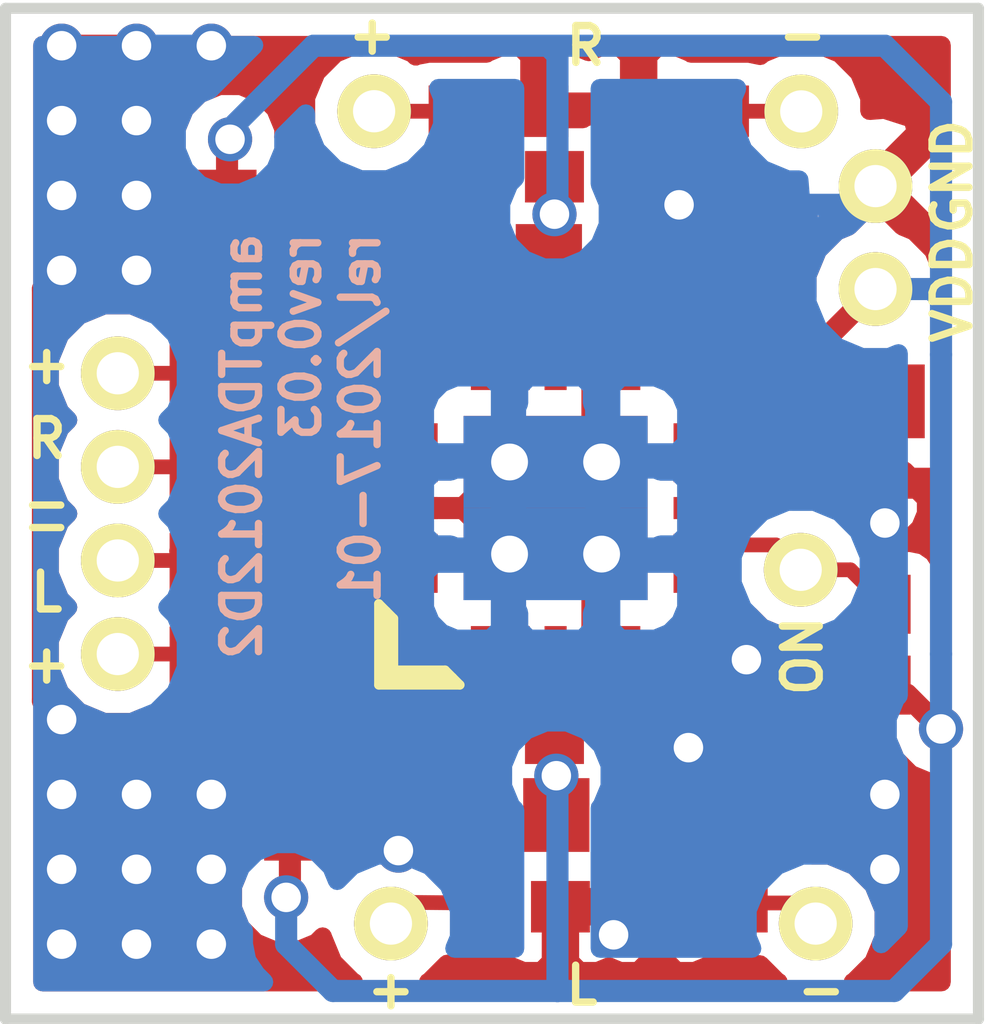
<source format=kicad_pcb>
(kicad_pcb (version 4) (host pcbnew 4.0.5)

  (general
    (links 58)
    (no_connects 0)
    (area 141.411405 102.32 158.907572 119.131171)
    (thickness 1.6)
    (drawings 20)
    (tracks 318)
    (zones 0)
    (modules 35)
    (nets 22)
  )

  (page A4)
  (title_block
    (title ampTPA2012D2)
    (date 2017-01-01)
    (rev 0.03)
    (company "1rel interactive")
  )

  (layers
    (0 F.Cu signal)
    (31 B.Cu signal)
    (32 B.Adhes user)
    (33 F.Adhes user)
    (34 B.Paste user)
    (35 F.Paste user)
    (36 B.SilkS user)
    (37 F.SilkS user)
    (38 B.Mask user)
    (39 F.Mask user)
    (40 Dwgs.User user)
    (41 Cmts.User user)
    (42 Eco1.User user)
    (43 Eco2.User user)
    (44 Edge.Cuts user)
    (45 Margin user)
    (46 B.CrtYd user)
    (47 F.CrtYd user)
    (48 B.Fab user)
    (49 F.Fab user)
  )

  (setup
    (last_trace_width 0.2)
    (trace_clearance 0.15)
    (zone_clearance 0.3)
    (zone_45_only yes)
    (trace_min 0.2)
    (segment_width 0.1)
    (edge_width 0.15)
    (via_size 0.6)
    (via_drill 0.4)
    (via_min_size 0.4)
    (via_min_drill 0.3)
    (uvia_size 0.3)
    (uvia_drill 0.1)
    (uvias_allowed no)
    (uvia_min_size 0.2)
    (uvia_min_drill 0.1)
    (pcb_text_width 0.3)
    (pcb_text_size 1.5 1.5)
    (mod_edge_width 0.15)
    (mod_text_size 1 1)
    (mod_text_width 0.15)
    (pad_size 1.524 1.524)
    (pad_drill 0.762)
    (pad_to_mask_clearance 0.2)
    (aux_axis_origin 0 0)
    (visible_elements FFFFF77F)
    (pcbplotparams
      (layerselection 0x00030_80000001)
      (usegerberextensions false)
      (excludeedgelayer true)
      (linewidth 0.100000)
      (plotframeref false)
      (viasonmask false)
      (mode 1)
      (useauxorigin false)
      (hpglpennumber 1)
      (hpglpenspeed 20)
      (hpglpendiameter 15)
      (hpglpenoverlay 2)
      (psnegative false)
      (psa4output false)
      (plotreference true)
      (plotvalue true)
      (plotinvisibletext false)
      (padsonsilk false)
      (subtractmaskfromsilk false)
      (outputformat 1)
      (mirror false)
      (drillshape 1)
      (scaleselection 1)
      (outputdirectory ""))
  )

  (net 0 "")
  (net 1 VDD)
  (net 2 GND)
  (net 3 IN_L+)
  (net 4 "Net-(C5-Pad2)")
  (net 5 IN_L-)
  (net 6 "Net-(C6-Pad2)")
  (net 7 IN_R-)
  (net 8 "Net-(C7-Pad2)")
  (net 9 IN_R+)
  (net 10 "Net-(C8-Pad2)")
  (net 11 OUT_L-)
  (net 12 OUT_L+)
  (net 13 OUT_R-)
  (net 14 OUT_R+)
  (net 15 G0)
  (net 16 G1)
  (net 17 OUT_T_L-)
  (net 18 OUT_T_L+)
  (net 19 OUT_T_R-)
  (net 20 OUT_T_R+)
  (net 21 ON)

  (net_class Default "This is the default net class."
    (clearance 0.15)
    (trace_width 0.2)
    (via_dia 0.6)
    (via_drill 0.4)
    (uvia_dia 0.3)
    (uvia_drill 0.1)
    (add_net G0)
    (add_net G1)
    (add_net IN_L+)
    (add_net IN_L-)
    (add_net IN_R+)
    (add_net IN_R-)
    (add_net "Net-(C5-Pad2)")
    (add_net "Net-(C6-Pad2)")
    (add_net "Net-(C7-Pad2)")
    (add_net "Net-(C8-Pad2)")
    (add_net ON)
    (add_net OUT_L+)
    (add_net OUT_L-)
    (add_net OUT_R+)
    (add_net OUT_R-)
    (add_net OUT_T_L+)
    (add_net OUT_T_L-)
    (add_net OUT_T_R+)
    (add_net OUT_T_R-)
  )

  (net_class PWR ""
    (clearance 0.15)
    (trace_width 0.3)
    (via_dia 0.6)
    (via_drill 0.4)
    (uvia_dia 0.3)
    (uvia_drill 0.1)
    (add_net GND)
    (add_net VDD)
  )

  (module qfn-20_mod0 (layer F.Cu) (tedit 58689A04) (tstamp 5864747D)
    (at 151.4856 110.4138)
    (descr "Plastic QFP, Microchip QFN-20")
    (path /58647364)
    (fp_text reference U1 (at 1.6764 1.6764) (layer F.SilkS) hide
      (effects (font (size 0.39878 0.39878) (thickness 0.07874)))
    )
    (fp_text value TPA2012D2 (at 0 3.0988) (layer F.SilkS) hide
      (effects (font (size 0.39878 0.39878) (thickness 0.07874)))
    )
    (fp_line (start -2.3 1.4) (end -2.3 2.3) (layer F.SilkS) (width 0.127))
    (fp_line (start -2.3 2.3) (end -1.4 2.3) (layer F.SilkS) (width 0.127))
    (fp_line (start -1.5 2.2) (end -1.3 2.4) (layer F.SilkS) (width 0.127))
    (fp_line (start -1.3 2.4) (end -2.4 2.4) (layer F.SilkS) (width 0.127))
    (fp_line (start -2.4 2.4) (end -2.4 1.3) (layer F.SilkS) (width 0.127))
    (fp_line (start -2.4 1.3) (end -2.2 1.5) (layer F.SilkS) (width 0.127))
    (fp_line (start -2.2 1.5) (end -2.2 2.2) (layer F.SilkS) (width 0.127))
    (fp_line (start -2.2 2.2) (end -1.5 2.2) (layer F.SilkS) (width 0.127))
    (pad 1 smd rect (at -1.00076 1.96596) (size 0.29972 0.72898) (layers F.Cu F.Paste F.Mask)
      (net 16 G1) (solder_mask_margin 0.07112))
    (pad 2 smd rect (at -0.50038 1.96596) (size 0.29972 0.72898) (layers F.Cu F.Paste F.Mask)
      (net 18 OUT_T_L+) (solder_mask_margin 0.07112))
    (pad 3 smd rect (at 0 1.96596) (size 0.29972 0.72898) (layers F.Cu F.Paste F.Mask)
      (net 1 VDD) (solder_mask_margin 0.07112))
    (pad 4 smd rect (at 0.50038 1.96596) (size 0.29972 0.72898) (layers F.Cu F.Paste F.Mask)
      (net 2 GND) (solder_mask_margin 0.07112))
    (pad 6 smd rect (at 1.96596 1.00076) (size 0.72898 0.29972) (layers F.Cu F.Paste F.Mask)
      (solder_mask_margin 0.07112))
    (pad 7 smd rect (at 1.96596 0.50038) (size 0.72898 0.29972) (layers F.Cu F.Paste F.Mask)
      (net 21 ON) (solder_mask_margin 0.07112))
    (pad 8 smd rect (at 1.96596 0) (size 0.72898 0.29972) (layers F.Cu F.Paste F.Mask)
      (net 21 ON) (solder_mask_margin 0.07112))
    (pad 9 smd rect (at 1.96596 -0.50038) (size 0.72898 0.29972) (layers F.Cu F.Paste F.Mask)
      (net 1 VDD) (solder_mask_margin 0.07112))
    (pad 10 smd rect (at 1.96596 -1.00076) (size 0.72898 0.29972) (layers F.Cu F.Paste F.Mask)
      (solder_mask_margin 0.07112))
    (pad 21 thru_hole rect (at 0.62484 0.62484) (size 1.24968 1.24968) (drill 0.5) (layers *.Cu F.Mask)
      (net 2 GND) (solder_mask_margin 0.07112) (solder_paste_margin -0.09906))
    (pad 21 thru_hole rect (at -0.62484 0.62484) (size 1.24968 1.24968) (drill 0.5) (layers *.Cu F.Mask)
      (net 2 GND) (solder_mask_margin 0.07112) (solder_paste_margin -0.09906))
    (pad 21 thru_hole rect (at -0.62484 -0.62484) (size 1.24968 1.24968) (drill 0.5) (layers *.Cu F.Mask)
      (net 2 GND) (solder_mask_margin 0.07112) (solder_paste_margin -0.09906))
    (pad 21 thru_hole rect (at 0.62484 -0.62484) (size 1.24968 1.24968) (drill 0.5) (layers *.Cu F.Mask)
      (net 2 GND) (solder_mask_margin 0.07112) (solder_paste_margin -0.09906))
    (pad 11 smd rect (at 1.00076 -1.96596) (size 0.29972 0.72898) (layers F.Cu F.Paste F.Mask)
      (net 19 OUT_T_R-) (solder_mask_margin 0.07112))
    (pad 12 smd rect (at 0.50038 -1.96596) (size 0.29972 0.72898) (layers F.Cu F.Paste F.Mask)
      (net 2 GND) (solder_mask_margin 0.07112))
    (pad 13 smd rect (at 0 -1.96596) (size 0.29972 0.72898) (layers F.Cu F.Paste F.Mask)
      (net 1 VDD) (solder_mask_margin 0.07112))
    (pad 14 smd rect (at -0.50038 -1.96596) (size 0.29972 0.72898) (layers F.Cu F.Paste F.Mask)
      (net 20 OUT_T_R+) (solder_mask_margin 0.07112))
    (pad 15 smd rect (at -1.00076 -1.96596) (size 0.29972 0.72898) (layers F.Cu F.Paste F.Mask)
      (net 15 G0) (solder_mask_margin 0.07112))
    (pad 16 smd rect (at -1.96596 -1.00076) (size 0.72898 0.29972) (layers F.Cu F.Paste F.Mask)
      (net 10 "Net-(C8-Pad2)") (solder_mask_margin 0.07112))
    (pad 17 smd rect (at -1.96596 -0.50038) (size 0.72898 0.29972) (layers F.Cu F.Paste F.Mask)
      (net 8 "Net-(C7-Pad2)") (solder_mask_margin 0.07112))
    (pad 18 smd rect (at -1.96596 0) (size 0.72898 0.29972) (layers F.Cu F.Paste F.Mask)
      (net 2 GND) (solder_mask_margin 0.07112))
    (pad 19 smd rect (at -1.96596 0.50038) (size 0.72898 0.29972) (layers F.Cu F.Paste F.Mask)
      (net 6 "Net-(C6-Pad2)") (solder_mask_margin 0.07112))
    (pad 20 smd rect (at -1.96596 1.00076) (size 0.72898 0.29972) (layers F.Cu F.Paste F.Mask)
      (net 4 "Net-(C5-Pad2)") (solder_mask_margin 0.07112))
    (pad 5 smd rect (at 1.00076 1.96596) (size 0.29972 0.72898) (layers F.Cu F.Paste F.Mask)
      (net 17 OUT_T_L-) (solder_mask_margin 0.07112))
    (model walter/smd_qfn/qfn-20.wrl
      (at (xyz 0 0 0))
      (scale (xyz 1 1 1))
      (rotate (xyz 0 0 0))
    )
  )

  (module mylib:c_0402_mod0 (layer F.Cu) (tedit 5868994E) (tstamp 586868CC)
    (at 150.7109 105.029 180)
    (descr "SMT capacitor, 0402")
    (path /586923E6)
    (fp_text reference C16 (at -0.6731 2.159 180) (layer F.SilkS) hide
      (effects (font (size 0.5 0.5) (thickness 0.1)))
    )
    (fp_text value 1n (at 0 0.635 180) (layer F.SilkS) hide
      (effects (font (size 0.1524 0.1524) (thickness 0.03048)))
    )
    (pad 1 smd rect (at 0.54864 0 180) (size 0.8001 0.6985) (layers F.Cu F.Paste F.Mask)
      (net 14 OUT_R+))
    (pad 2 smd rect (at -0.54864 0 180) (size 0.8001 0.6985) (layers F.Cu F.Paste F.Mask)
      (net 2 GND))
    (model walter/smd_cap/c_0402.wrl
      (at (xyz 0 0 0))
      (scale (xyz 1 1 1))
      (rotate (xyz 0 0 0))
    )
  )

  (module mylib:r_0402_mod0 (layer F.Cu) (tedit 58689914) (tstamp 586467C2)
    (at 155.956 112.268 270)
    (descr "SMT resistor, 0402")
    (path /58664DEE)
    (fp_text reference R5 (at 1.4732 0.0508 360) (layer F.SilkS) hide
      (effects (font (size 0.5 0.5) (thickness 0.1)))
    )
    (fp_text value 10k (at 0 0.4826 270) (layer F.SilkS) hide
      (effects (font (size 0.1524 0.1524) (thickness 0.03048)))
    )
    (pad 1 smd rect (at 0.54864 0 270) (size 0.8001 0.6985) (layers F.Cu F.Paste F.Mask)
      (net 1 VDD))
    (pad 2 smd rect (at -0.54864 0 270) (size 0.8001 0.6985) (layers F.Cu F.Paste F.Mask)
      (net 21 ON))
    (model walter/smd_resistors/r_0402.wrl
      (at (xyz 0 0 0))
      (scale (xyz 1 1 1))
      (rotate (xyz 0 0 0))
    )
  )

  (module mylib:pin_header_1x1_1.27mm_pitch (layer F.Cu) (tedit 586897F4) (tstamp 58646782)
    (at 155.829 107.442)
    (path /586457DA)
    (fp_text reference P1 (at 2.1082 -0.2032 90) (layer F.SilkS) hide
      (effects (font (size 0.5 0.5) (thickness 0.1)))
    )
    (fp_text value CONN_1 (at 0 1.905) (layer F.Fab) hide
      (effects (font (size 1 1) (thickness 0.15)))
    )
    (pad 1 thru_hole circle (at 0 0) (size 1 1) (drill 0.573) (layers *.Cu *.Mask F.SilkS)
      (net 1 VDD))
  )

  (module mylib:pin_header_1x1_1.27mm_pitch (layer F.Cu) (tedit 586897F6) (tstamp 58646786)
    (at 155.829 106.045)
    (path /58645794)
    (fp_text reference P2 (at 2.2225 0.0635 90) (layer F.SilkS) hide
      (effects (font (size 0.5 0.5) (thickness 0.1)))
    )
    (fp_text value CONN_1 (at 0 1.905) (layer F.Fab) hide
      (effects (font (size 1 1) (thickness 0.15)))
    )
    (pad 1 thru_hole circle (at 0 0) (size 1 1) (drill 0.573) (layers *.Cu *.Mask F.SilkS)
      (net 2 GND))
  )

  (module mylib:pin_header_1x1_1.27mm_pitch (layer F.Cu) (tedit 586897D5) (tstamp 5864678A)
    (at 145.542 111.125)
    (path /5864532C)
    (fp_text reference P3 (at -3.4925 0.3175) (layer F.SilkS) hide
      (effects (font (size 0.5 0.5) (thickness 0.1)))
    )
    (fp_text value CONN_1 (at 0 1.905) (layer F.Fab) hide
      (effects (font (size 1 1) (thickness 0.15)))
    )
    (pad 1 thru_hole circle (at 0 0) (size 1 1) (drill 0.573) (layers *.Cu *.Mask F.SilkS)
      (net 5 IN_L-))
  )

  (module mylib:pin_header_1x1_1.27mm_pitch (layer F.Cu) (tedit 586897D7) (tstamp 5864678E)
    (at 145.542 112.395)
    (path /58645332)
    (fp_text reference P4 (at -3.429 0.4445) (layer F.SilkS) hide
      (effects (font (size 0.5 0.5) (thickness 0.1)))
    )
    (fp_text value CONN_1 (at 0 1.905) (layer F.Fab) hide
      (effects (font (size 1 1) (thickness 0.15)))
    )
    (pad 1 thru_hole circle (at 0 0) (size 1 1) (drill 0.573) (layers *.Cu *.Mask F.SilkS)
      (net 3 IN_L+))
  )

  (module mylib:pin_header_1x1_1.27mm_pitch (layer F.Cu) (tedit 586897D3) (tstamp 58646792)
    (at 145.542 109.855)
    (path /58645338)
    (fp_text reference P5 (at -3.2385 0.0635) (layer F.SilkS) hide
      (effects (font (size 0.5 0.5) (thickness 0.1)))
    )
    (fp_text value CONN_1 (at 0 1.905) (layer F.Fab) hide
      (effects (font (size 1 1) (thickness 0.15)))
    )
    (pad 1 thru_hole circle (at 0 0) (size 1 1) (drill 0.573) (layers *.Cu *.Mask F.SilkS)
      (net 7 IN_R-))
  )

  (module mylib:pin_header_1x1_1.27mm_pitch (layer F.Cu) (tedit 586897D0) (tstamp 58646796)
    (at 145.542 108.585)
    (path /5864533E)
    (fp_text reference P6 (at -3.3655 0.0635) (layer F.SilkS) hide
      (effects (font (size 0.5 0.5) (thickness 0.1)))
    )
    (fp_text value CONN_1 (at 0 1.905) (layer F.Fab) hide
      (effects (font (size 1 1) (thickness 0.15)))
    )
    (pad 1 thru_hole circle (at 0 0) (size 1 1) (drill 0.573) (layers *.Cu *.Mask F.SilkS)
      (net 9 IN_R+))
  )

  (module mylib:pin_header_1x1_1.27mm_pitch (layer F.Cu) (tedit 586897E3) (tstamp 5864679A)
    (at 154.813 111.252)
    (path /58667D3A)
    (fp_text reference P7 (at 2.9083 0.0762 90) (layer F.SilkS) hide
      (effects (font (size 0.5 0.5) (thickness 0.1)))
    )
    (fp_text value CONN_1 (at 0 1.905) (layer F.Fab) hide
      (effects (font (size 1 1) (thickness 0.15)))
    )
    (pad 1 thru_hole circle (at 0 0) (size 1 1) (drill 0.573) (layers *.Cu *.Mask F.SilkS)
      (net 21 ON))
  )

  (module mylib:pin_header_1x1_1.27mm_pitch (layer F.Cu) (tedit 586897DD) (tstamp 5864679E)
    (at 155.0162 116.0526 270)
    (path /5864483E)
    (fp_text reference P8 (at 1.8034 -0.381 360) (layer F.SilkS) hide
      (effects (font (size 0.5 0.5) (thickness 0.1)))
    )
    (fp_text value CONN_1 (at 0 1.905 270) (layer F.Fab) hide
      (effects (font (size 1 1) (thickness 0.15)))
    )
    (pad 1 thru_hole circle (at 0 0 270) (size 1 1) (drill 0.573) (layers *.Cu *.Mask F.SilkS)
      (net 11 OUT_L-))
  )

  (module mylib:pin_header_1x1_1.27mm_pitch (layer F.Cu) (tedit 586897DB) (tstamp 586467A2)
    (at 149.2504 116.0526 270)
    (path /586448D4)
    (fp_text reference P9 (at 1.9812 0.2032 360) (layer F.SilkS) hide
      (effects (font (size 0.5 0.5) (thickness 0.1)))
    )
    (fp_text value CONN_1 (at 0 1.905 270) (layer F.Fab) hide
      (effects (font (size 1 1) (thickness 0.15)))
    )
    (pad 1 thru_hole circle (at 0 0 270) (size 1 1) (drill 0.573) (layers *.Cu *.Mask F.SilkS)
      (net 12 OUT_L+))
  )

  (module mylib:pin_header_1x1_1.27mm_pitch (layer F.Cu) (tedit 586897FA) (tstamp 586467A6)
    (at 154.82062 105.03154)
    (path /5864498C)
    (fp_text reference P10 (at 3.16738 -1.71704 90) (layer F.SilkS) hide
      (effects (font (size 0.5 0.5) (thickness 0.1)))
    )
    (fp_text value CONN_1 (at 0 1.905) (layer F.Fab) hide
      (effects (font (size 1 1) (thickness 0.15)))
    )
    (pad 1 thru_hole circle (at 0 0) (size 1 1) (drill 0.573) (layers *.Cu *.Mask F.SilkS)
      (net 13 OUT_R-))
  )

  (module mylib:pin_header_1x1_1.27mm_pitch (layer F.Cu) (tedit 58689801) (tstamp 586467AA)
    (at 149.0218 105.029)
    (path /58644992)
    (fp_text reference P11 (at -0.5218 -2.029) (layer F.SilkS) hide
      (effects (font (size 0.5 0.5) (thickness 0.1)))
    )
    (fp_text value CONN_1 (at 0 1.905) (layer F.Fab) hide
      (effects (font (size 1 1) (thickness 0.15)))
    )
    (pad 1 thru_hole circle (at 0 0) (size 1 1) (drill 0.573) (layers *.Cu *.Mask F.SilkS)
      (net 14 OUT_R+))
  )

  (module mylib:r_0402_mod0 (layer F.Cu) (tedit 586898D8) (tstamp 586467BD)
    (at 148.8694 114.2492 90)
    (descr "SMT resistor, 0402")
    (path /5865AE83)
    (fp_text reference R4 (at -0.0508 0.2286 180) (layer F.SilkS) hide
      (effects (font (size 0.5 0.5) (thickness 0.1)))
    )
    (fp_text value 10k (at 0 0.4826 90) (layer F.SilkS) hide
      (effects (font (size 0.1524 0.1524) (thickness 0.03048)))
    )
    (pad 1 smd rect (at 0.54864 0 90) (size 0.8001 0.6985) (layers F.Cu F.Paste F.Mask)
      (net 16 G1))
    (pad 2 smd rect (at -0.54864 0 90) (size 0.8001 0.6985) (layers F.Cu F.Paste F.Mask)
      (net 2 GND))
    (model walter/smd_resistors/r_0402.wrl
      (at (xyz 0 0 0))
      (scale (xyz 1 1 1))
      (rotate (xyz 0 0 0))
    )
  )

  (module mylib:c_0603_mod0 (layer F.Cu) (tedit 5868990E) (tstamp 586868A2)
    (at 152.2476 114.5794 180)
    (descr "SMT capacitor, 0603")
    (path /58687E42)
    (fp_text reference C9 (at 0.1016 0.0254 270) (layer F.SilkS) hide
      (effects (font (size 0.5 0.5) (thickness 0.1)))
    )
    (fp_text value 10u (at 0 0.635 180) (layer F.SilkS) hide
      (effects (font (size 0.20066 0.20066) (thickness 0.04064)))
    )
    (pad 1 smd rect (at 0.75184 0 180) (size 0.89916 1.00076) (layers F.Cu F.Paste F.Mask)
      (net 1 VDD))
    (pad 2 smd rect (at -0.75184 0 180) (size 0.89916 1.00076) (layers F.Cu F.Paste F.Mask)
      (net 2 GND))
    (model walter/smd_cap/c_0603.wrl
      (at (xyz 0 0 0))
      (scale (xyz 1 1 1))
      (rotate (xyz 0 0 0))
    )
  )

  (module mylib:c_0402_mod0 (layer F.Cu) (tedit 5868990B) (tstamp 586868A8)
    (at 152.019 113.538 180)
    (descr "SMT capacitor, 0402")
    (path /58687E48)
    (fp_text reference C10 (at 0.0254 -0.0254 180) (layer F.SilkS) hide
      (effects (font (size 0.5 0.5) (thickness 0.1)))
    )
    (fp_text value 100n (at 0 0.635 180) (layer F.SilkS) hide
      (effects (font (size 0.1524 0.1524) (thickness 0.03048)))
    )
    (pad 1 smd rect (at 0.54864 0 180) (size 0.8001 0.6985) (layers F.Cu F.Paste F.Mask)
      (net 1 VDD))
    (pad 2 smd rect (at -0.54864 0 180) (size 0.8001 0.6985) (layers F.Cu F.Paste F.Mask)
      (net 2 GND))
    (model walter/smd_cap/c_0402.wrl
      (at (xyz 0 0 0))
      (scale (xyz 1 1 1))
      (rotate (xyz 0 0 0))
    )
  )

  (module mylib:c_0603_mod0 (layer F.Cu) (tedit 586897EB) (tstamp 586868AE)
    (at 155.2956 108.966 180)
    (descr "SMT capacitor, 0603")
    (path /58688BBD)
    (fp_text reference C11 (at -2.57048 -0.1524 270) (layer F.SilkS) hide
      (effects (font (size 0.5 0.5) (thickness 0.1)))
    )
    (fp_text value 10u (at 0 0.635 180) (layer F.SilkS) hide
      (effects (font (size 0.20066 0.20066) (thickness 0.04064)))
    )
    (pad 1 smd rect (at 0.75184 0 180) (size 0.89916 1.00076) (layers F.Cu F.Paste F.Mask)
      (net 1 VDD))
    (pad 2 smd rect (at -0.75184 0 180) (size 0.89916 1.00076) (layers F.Cu F.Paste F.Mask)
      (net 2 GND))
    (model walter/smd_cap/c_0603.wrl
      (at (xyz 0 0 0))
      (scale (xyz 1 1 1))
      (rotate (xyz 0 0 0))
    )
  )

  (module mylib:c_0402_mod0 (layer F.Cu) (tedit 58689957) (tstamp 586868B4)
    (at 155.0416 110.0328 180)
    (descr "SMT capacitor, 0402")
    (path /58688BC3)
    (fp_text reference C12 (at 0.1143 2.5908 180) (layer F.SilkS) hide
      (effects (font (size 0.5 0.5) (thickness 0.1)))
    )
    (fp_text value 100n (at 0 0.635 180) (layer F.SilkS) hide
      (effects (font (size 0.1524 0.1524) (thickness 0.03048)))
    )
    (pad 1 smd rect (at 0.54864 0 180) (size 0.8001 0.6985) (layers F.Cu F.Paste F.Mask)
      (net 1 VDD))
    (pad 2 smd rect (at -0.54864 0 180) (size 0.8001 0.6985) (layers F.Cu F.Paste F.Mask)
      (net 2 GND))
    (model walter/smd_cap/c_0402.wrl
      (at (xyz 0 0 0))
      (scale (xyz 1 1 1))
      (rotate (xyz 0 0 0))
    )
  )

  (module mylib:c_0402_mod0 (layer F.Cu) (tedit 586898FC) (tstamp 586868BA)
    (at 153.416 115.824)
    (descr "SMT capacitor, 0402")
    (path /58690B12)
    (fp_text reference C13 (at 0 0.9144) (layer F.SilkS) hide
      (effects (font (size 0.5 0.5) (thickness 0.1)))
    )
    (fp_text value 1n (at 0 0.635) (layer F.SilkS) hide
      (effects (font (size 0.1524 0.1524) (thickness 0.03048)))
    )
    (pad 1 smd rect (at 0.54864 0) (size 0.8001 0.6985) (layers F.Cu F.Paste F.Mask)
      (net 11 OUT_L-))
    (pad 2 smd rect (at -0.54864 0) (size 0.8001 0.6985) (layers F.Cu F.Paste F.Mask)
      (net 2 GND))
    (model walter/smd_cap/c_0402.wrl
      (at (xyz 0 0 0))
      (scale (xyz 1 1 1))
      (rotate (xyz 0 0 0))
    )
  )

  (module mylib:c_0402_mod0 (layer F.Cu) (tedit 58689909) (tstamp 586868C0)
    (at 151.003 115.824 180)
    (descr "SMT capacitor, 0402")
    (path /58690E92)
    (fp_text reference C14 (at 0.1143 2.5908 180) (layer F.SilkS) hide
      (effects (font (size 0.5 0.5) (thickness 0.1)))
    )
    (fp_text value 1n (at 0 0.635 180) (layer F.SilkS) hide
      (effects (font (size 0.1524 0.1524) (thickness 0.03048)))
    )
    (pad 1 smd rect (at 0.54864 0 180) (size 0.8001 0.6985) (layers F.Cu F.Paste F.Mask)
      (net 12 OUT_L+))
    (pad 2 smd rect (at -0.54864 0 180) (size 0.8001 0.6985) (layers F.Cu F.Paste F.Mask)
      (net 2 GND))
    (model walter/smd_cap/c_0402.wrl
      (at (xyz 0 0 0))
      (scale (xyz 1 1 1))
      (rotate (xyz 0 0 0))
    )
  )

  (module mylib:c_0402_mod0 (layer F.Cu) (tedit 58689917) (tstamp 586868D2)
    (at 154.178 114.173 90)
    (descr "SMT capacitor, 0402")
    (path /5868FEB6)
    (fp_text reference L3 (at 0.1143 2.5908 90) (layer F.SilkS) hide
      (effects (font (size 0.5 0.5) (thickness 0.1)))
    )
    (fp_text value INDUCTOR (at 0 0.635 90) (layer F.SilkS) hide
      (effects (font (size 0.1524 0.1524) (thickness 0.03048)))
    )
    (pad 1 smd rect (at 0.54864 0 90) (size 0.8001 0.6985) (layers F.Cu F.Paste F.Mask)
      (net 17 OUT_T_L-))
    (pad 2 smd rect (at -0.54864 0 90) (size 0.8001 0.6985) (layers F.Cu F.Paste F.Mask)
      (net 11 OUT_L-))
    (model walter/smd_cap/c_0402.wrl
      (at (xyz 0 0 0))
      (scale (xyz 1 1 1))
      (rotate (xyz 0 0 0))
    )
  )

  (module mylib:c_0402_mod0 (layer F.Cu) (tedit 58689910) (tstamp 586868D8)
    (at 150.3045 114.1095 90)
    (descr "SMT capacitor, 0402")
    (path /5869007E)
    (fp_text reference L4 (at 0.1143 2.5908 90) (layer F.SilkS) hide
      (effects (font (size 0.5 0.5) (thickness 0.1)))
    )
    (fp_text value INDUCTOR (at 0 0.635 90) (layer F.SilkS) hide
      (effects (font (size 0.1524 0.1524) (thickness 0.03048)))
    )
    (pad 1 smd rect (at 0.54864 0 90) (size 0.8001 0.6985) (layers F.Cu F.Paste F.Mask)
      (net 18 OUT_T_L+))
    (pad 2 smd rect (at -0.54864 0 90) (size 0.8001 0.6985) (layers F.Cu F.Paste F.Mask)
      (net 12 OUT_L+))
    (model walter/smd_cap/c_0402.wrl
      (at (xyz 0 0 0))
      (scale (xyz 1 1 1))
      (rotate (xyz 0 0 0))
    )
  )

  (module mylib:c_0402_mod0 (layer F.Cu) (tedit 5868998C) (tstamp 586868DE)
    (at 154.051 106.807 270)
    (descr "SMT capacitor, 0402")
    (path /58690252)
    (fp_text reference L5 (at 0.1143 2.5908 270) (layer F.SilkS) hide
      (effects (font (size 0.5 0.5) (thickness 0.1)))
    )
    (fp_text value INDUCTOR (at 0 0.635 270) (layer F.SilkS) hide
      (effects (font (size 0.1524 0.1524) (thickness 0.03048)))
    )
    (pad 1 smd rect (at 0.54864 0 270) (size 0.8001 0.6985) (layers F.Cu F.Paste F.Mask)
      (net 19 OUT_T_R-))
    (pad 2 smd rect (at -0.54864 0 270) (size 0.8001 0.6985) (layers F.Cu F.Paste F.Mask)
      (net 13 OUT_R-))
    (model walter/smd_cap/c_0402.wrl
      (at (xyz 0 0 0))
      (scale (xyz 1 1 1))
      (rotate (xyz 0 0 0))
    )
  )

  (module mylib:c_0603_mod0 (layer F.Cu) (tedit 586898C3) (tstamp 5864676E)
    (at 147.447 109.855 180)
    (descr "SMT capacitor, 0603")
    (path /58651E56)
    (fp_text reference C7 (at -1.651 -0.127 270) (layer F.SilkS) hide
      (effects (font (size 0.5 0.5) (thickness 0.1)))
    )
    (fp_text value 1u (at 0 0.635 180) (layer F.SilkS) hide
      (effects (font (size 0.20066 0.20066) (thickness 0.04064)))
    )
    (pad 1 smd rect (at 0.75184 0 180) (size 0.89916 1.00076) (layers F.Cu F.Paste F.Mask)
      (net 7 IN_R-))
    (pad 2 smd rect (at -0.75184 0 180) (size 0.89916 1.00076) (layers F.Cu F.Paste F.Mask)
      (net 8 "Net-(C7-Pad2)"))
    (model walter/smd_cap/c_0603.wrl
      (at (xyz 0 0 0))
      (scale (xyz 1 1 1))
      (rotate (xyz 0 0 0))
    )
  )

  (module mylib:c_0603_mod0 (layer F.Cu) (tedit 586898CA) (tstamp 58646769)
    (at 147.447 111.252 180)
    (descr "SMT capacitor, 0603")
    (path /58651A06)
    (fp_text reference C6 (at -1.651 0 270) (layer F.SilkS) hide
      (effects (font (size 0.5 0.5) (thickness 0.1)))
    )
    (fp_text value 1u (at 0 0.635 180) (layer F.SilkS) hide
      (effects (font (size 0.20066 0.20066) (thickness 0.04064)))
    )
    (pad 1 smd rect (at 0.75184 0 180) (size 0.89916 1.00076) (layers F.Cu F.Paste F.Mask)
      (net 5 IN_L-))
    (pad 2 smd rect (at -0.75184 0 180) (size 0.89916 1.00076) (layers F.Cu F.Paste F.Mask)
      (net 6 "Net-(C6-Pad2)"))
    (model walter/smd_cap/c_0603.wrl
      (at (xyz 0 0 0))
      (scale (xyz 1 1 1))
      (rotate (xyz 0 0 0))
    )
  )

  (module mylib:c_0603_mod0 (layer F.Cu) (tedit 586898D1) (tstamp 58646764)
    (at 147.447 112.522 180)
    (descr "SMT capacitor, 0603")
    (path /586513EA)
    (fp_text reference C5 (at -1.905 0 270) (layer F.SilkS) hide
      (effects (font (size 0.5 0.5) (thickness 0.1)))
    )
    (fp_text value 1u (at 0 0.635 180) (layer F.SilkS) hide
      (effects (font (size 0.20066 0.20066) (thickness 0.04064)))
    )
    (pad 1 smd rect (at 0.75184 0 180) (size 0.89916 1.00076) (layers F.Cu F.Paste F.Mask)
      (net 3 IN_L+))
    (pad 2 smd rect (at -0.75184 0 180) (size 0.89916 1.00076) (layers F.Cu F.Paste F.Mask)
      (net 4 "Net-(C5-Pad2)"))
    (model walter/smd_cap/c_0603.wrl
      (at (xyz 0 0 0))
      (scale (xyz 1 1 1))
      (rotate (xyz 0 0 0))
    )
  )

  (module mylib:r_0402_mod0 (layer F.Cu) (tedit 58689977) (tstamp 586467B3)
    (at 147.574 107.2515)
    (descr "SMT resistor, 0402")
    (path /5865AE04)
    (fp_text reference R2 (at 1.4732 0.0508 90) (layer F.SilkS) hide
      (effects (font (size 0.5 0.5) (thickness 0.1)))
    )
    (fp_text value 10k (at 0 0.4826) (layer F.SilkS) hide
      (effects (font (size 0.1524 0.1524) (thickness 0.03048)))
    )
    (pad 1 smd rect (at 0.54864 0) (size 0.8001 0.6985) (layers F.Cu F.Paste F.Mask)
      (net 15 G0))
    (pad 2 smd rect (at -0.54864 0) (size 0.8001 0.6985) (layers F.Cu F.Paste F.Mask)
      (net 2 GND))
    (model walter/smd_resistors/r_0402.wrl
      (at (xyz 0 0 0))
      (scale (xyz 1 1 1))
      (rotate (xyz 0 0 0))
    )
  )

  (module mylib:c_0402_mod0 (layer F.Cu) (tedit 58689953) (tstamp 5868974E)
    (at 152.019 105.918 180)
    (descr "SMT capacitor, 0402")
    (path /5864DBC8)
    (fp_text reference C4 (at 0.0254 0.0254 180) (layer F.SilkS) hide
      (effects (font (size 0.5 0.5) (thickness 0.1)))
    )
    (fp_text value 100n (at 0 0.635 180) (layer F.SilkS) hide
      (effects (font (size 0.1524 0.1524) (thickness 0.03048)))
    )
    (pad 1 smd rect (at 0.54864 0 180) (size 0.8001 0.6985) (layers F.Cu F.Paste F.Mask)
      (net 1 VDD))
    (pad 2 smd rect (at -0.54864 0 180) (size 0.8001 0.6985) (layers F.Cu F.Paste F.Mask)
      (net 2 GND))
    (model walter/smd_cap/c_0402.wrl
      (at (xyz 0 0 0))
      (scale (xyz 1 1 1))
      (rotate (xyz 0 0 0))
    )
  )

  (module mylib:c_0603_mod0 (layer F.Cu) (tedit 586898B4) (tstamp 58689753)
    (at 147.447 108.585 180)
    (descr "SMT capacitor, 0603")
    (path /58651ECF)
    (fp_text reference C8 (at -1.8034 0 270) (layer F.SilkS) hide
      (effects (font (size 0.5 0.5) (thickness 0.1)))
    )
    (fp_text value 1u (at 0 0.635 180) (layer F.SilkS) hide
      (effects (font (size 0.20066 0.20066) (thickness 0.04064)))
    )
    (pad 1 smd rect (at 0.75184 0 180) (size 0.89916 1.00076) (layers F.Cu F.Paste F.Mask)
      (net 9 IN_R+))
    (pad 2 smd rect (at -0.75184 0 180) (size 0.89916 1.00076) (layers F.Cu F.Paste F.Mask)
      (net 10 "Net-(C8-Pad2)"))
    (model walter/smd_cap/c_0603.wrl
      (at (xyz 0 0 0))
      (scale (xyz 1 1 1))
      (rotate (xyz 0 0 0))
    )
  )

  (module mylib:c_0402_mod0 (layer F.Cu) (tedit 58689974) (tstamp 58689758)
    (at 150.1648 106.6673 270)
    (descr "SMT capacitor, 0402")
    (path /58690258)
    (fp_text reference L6 (at 0.1143 2.5908 270) (layer F.SilkS) hide
      (effects (font (size 0.5 0.5) (thickness 0.1)))
    )
    (fp_text value INDUCTOR (at 0 0.635 270) (layer F.SilkS) hide
      (effects (font (size 0.1524 0.1524) (thickness 0.03048)))
    )
    (pad 1 smd rect (at 0.54864 0 270) (size 0.8001 0.6985) (layers F.Cu F.Paste F.Mask)
      (net 20 OUT_T_R+))
    (pad 2 smd rect (at -0.54864 0 270) (size 0.8001 0.6985) (layers F.Cu F.Paste F.Mask)
      (net 14 OUT_R+))
    (model walter/smd_cap/c_0402.wrl
      (at (xyz 0 0 0))
      (scale (xyz 1 1 1))
      (rotate (xyz 0 0 0))
    )
  )

  (module mylib:r_0402_mod0 (layer F.Cu) (tedit 58689971) (tstamp 5868975D)
    (at 147.574 106.172 180)
    (descr "SMT resistor, 0402")
    (path /586595D2)
    (fp_text reference R1 (at 1.4732 0.0508 270) (layer F.SilkS) hide
      (effects (font (size 0.5 0.5) (thickness 0.1)))
    )
    (fp_text value 10k (at 0 0.4826 180) (layer F.SilkS) hide
      (effects (font (size 0.1524 0.1524) (thickness 0.03048)))
    )
    (pad 1 smd rect (at 0.54864 0 180) (size 0.8001 0.6985) (layers F.Cu F.Paste F.Mask)
      (net 1 VDD))
    (pad 2 smd rect (at -0.54864 0 180) (size 0.8001 0.6985) (layers F.Cu F.Paste F.Mask)
      (net 15 G0))
    (model walter/smd_resistors/r_0402.wrl
      (at (xyz 0 0 0))
      (scale (xyz 1 1 1))
      (rotate (xyz 0 0 0))
    )
  )

  (module mylib:c_0603_mod0 (layer F.Cu) (tedit 5868995A) (tstamp 5864675A)
    (at 152.146 107.061 180)
    (descr "SMT capacitor, 0603")
    (path /5864DA2C)
    (fp_text reference C3 (at -1.8034 0 270) (layer F.SilkS) hide
      (effects (font (size 0.5 0.5) (thickness 0.1)))
    )
    (fp_text value 10u (at 0 0.635 180) (layer F.SilkS) hide
      (effects (font (size 0.20066 0.20066) (thickness 0.04064)))
    )
    (pad 1 smd rect (at 0.75184 0 180) (size 0.89916 1.00076) (layers F.Cu F.Paste F.Mask)
      (net 1 VDD))
    (pad 2 smd rect (at -0.75184 0 180) (size 0.89916 1.00076) (layers F.Cu F.Paste F.Mask)
      (net 2 GND))
    (model walter/smd_cap/c_0603.wrl
      (at (xyz 0 0 0))
      (scale (xyz 1 1 1))
      (rotate (xyz 0 0 0))
    )
  )

  (module mylib:c_0402_mod0 (layer F.Cu) (tedit 58689955) (tstamp 586868C6)
    (at 153.162 105.029)
    (descr "SMT capacitor, 0402")
    (path /58691DEE)
    (fp_text reference C15 (at 0.1143 2.5908) (layer F.SilkS) hide
      (effects (font (size 0.5 0.5) (thickness 0.1)))
    )
    (fp_text value 1n (at 0 0.635) (layer F.SilkS) hide
      (effects (font (size 0.1524 0.1524) (thickness 0.03048)))
    )
    (pad 1 smd rect (at 0.54864 0) (size 0.8001 0.6985) (layers F.Cu F.Paste F.Mask)
      (net 13 OUT_R-))
    (pad 2 smd rect (at -0.54864 0) (size 0.8001 0.6985) (layers F.Cu F.Paste F.Mask)
      (net 2 GND))
    (model walter/smd_cap/c_0402.wrl
      (at (xyz 0 0 0))
      (scale (xyz 1 1 1))
      (rotate (xyz 0 0 0))
    )
  )

  (module mylib:r_0402_mod0 (layer F.Cu) (tedit 5868998F) (tstamp 586467B8)
    (at 147.8788 114.2492 270)
    (descr "SMT resistor, 0402")
    (path /5865ADAC)
    (fp_text reference R3 (at 1.4732 0.0508 360) (layer F.SilkS) hide
      (effects (font (size 0.5 0.5) (thickness 0.1)))
    )
    (fp_text value 10k (at 0 0.4826 270) (layer F.SilkS) hide
      (effects (font (size 0.1524 0.1524) (thickness 0.03048)))
    )
    (pad 1 smd rect (at 0.54864 0 270) (size 0.8001 0.6985) (layers F.Cu F.Paste F.Mask)
      (net 1 VDD))
    (pad 2 smd rect (at -0.54864 0 270) (size 0.8001 0.6985) (layers F.Cu F.Paste F.Mask)
      (net 16 G1))
    (model walter/smd_resistors/r_0402.wrl
      (at (xyz 0 0 0))
      (scale (xyz 1 1 1))
      (rotate (xyz 0 0 0))
    )
  )

  (gr_line (start 144.018 117.348) (end 157.226 117.348) (angle 90) (layer Edge.Cuts) (width 0.15))
  (gr_line (start 144.018 103.632) (end 157.226 103.632) (angle 90) (layer Edge.Cuts) (width 0.15))
  (gr_line (start 144.018 103.632) (end 144.018 117.348) (angle 90) (layer Edge.Cuts) (width 0.15))
  (gr_line (start 157.226 117.348) (end 157.226 103.632) (angle 90) (layer Edge.Cuts) (width 0.15))
  (gr_text GND (at 156.8704 105.918 90) (layer F.SilkS)
    (effects (font (size 0.5 0.5) (thickness 0.1)))
  )
  (gr_text VDD (at 156.8704 107.442 90) (layer F.SilkS)
    (effects (font (size 0.5 0.5) (thickness 0.1)))
  )
  (gr_text ON (at 154.8384 112.4204 90) (layer F.SilkS)
    (effects (font (size 0.5 0.5) (thickness 0.1)))
  )
  (gr_text R (at 144.5768 109.474) (layer F.SilkS)
    (effects (font (size 0.5 0.5) (thickness 0.1)))
  )
  (gr_text L (at 144.5768 111.5568) (layer F.SilkS)
    (effects (font (size 0.5 0.5) (thickness 0.1)))
  )
  (gr_text L (at 151.8412 116.8908) (layer F.SilkS)
    (effects (font (size 0.5 0.5) (thickness 0.1)))
  )
  (gr_text R (at 151.892 104.14) (layer F.SilkS)
    (effects (font (size 0.5 0.5) (thickness 0.1)))
  )
  (gr_text - (at 154.8384 103.9876) (layer F.SilkS)
    (effects (font (size 0.5 0.5) (thickness 0.1)))
  )
  (gr_text - (at 155.0924 116.9416) (layer F.SilkS)
    (effects (font (size 0.5 0.5) (thickness 0.1)))
  )
  (gr_text + (at 148.9964 103.9876) (layer F.SilkS)
    (effects (font (size 0.5 0.5) (thickness 0.1)))
  )
  (gr_text + (at 149.2504 116.9416) (layer F.SilkS)
    (effects (font (size 0.5 0.5) (thickness 0.1)))
  )
  (gr_text + (at 144.5768 112.522) (layer F.SilkS)
    (effects (font (size 0.5 0.5) (thickness 0.1)))
  )
  (gr_text "-\n" (at 144.5768 110.6424) (layer F.SilkS)
    (effects (font (size 0.5 0.5) (thickness 0.1)))
  )
  (gr_text "-\n" (at 144.5768 110.3376) (layer F.SilkS)
    (effects (font (size 0.5 0.5) (thickness 0.1)))
  )
  (gr_text + (at 144.5768 108.458) (layer F.SilkS)
    (effects (font (size 0.5 0.5) (thickness 0.1)))
  )
  (gr_text "ampTDA2012D2\nrev0.03\nrel/2017-01" (at 148.0312 106.6292 90) (layer B.SilkS)
    (effects (font (size 0.5 0.5) (thickness 0.1)) (justify left mirror))
  )

  (via (at 151.49576 114.046) (size 0.6) (drill 0.4) (layers F.Cu B.Cu) (net 1))
  (segment (start 151.511 116.967) (end 151.511 114.046) (width 0.3) (layer B.Cu) (net 1) (tstamp 58688DC6))
  (segment (start 151.511 114.046) (end 151.49576 114.046) (width 0.3) (layer B.Cu) (net 1) (tstamp 58688DC5))
  (segment (start 151.511 116.967) (end 151.511 116.84) (width 0.3) (layer B.Cu) (net 1) (tstamp 58688DC7))
  (segment (start 151.511 116.84) (end 151.511 116.967) (width 0.3) (layer B.Cu) (net 1) (tstamp 58688DC9))
  (segment (start 147.8788 114.79784) (end 147.8788 115.6462) (width 0.3) (layer F.Cu) (net 1))
  (segment (start 147.8788 115.6462) (end 147.828 115.697) (width 0.3) (layer F.Cu) (net 1) (tstamp 58688DBC))
  (segment (start 155.829 107.442) (end 156.591 107.442) (width 0.3) (layer B.Cu) (net 1))
  (segment (start 156.591 107.442) (end 156.718 107.569) (width 0.3) (layer B.Cu) (net 1) (tstamp 58688D88))
  (segment (start 154.432 104.14) (end 155.956 104.14) (width 0.3) (layer B.Cu) (net 1))
  (segment (start 151.384 104.14) (end 154.432 104.14) (width 0.3) (layer B.Cu) (net 1) (tstamp 58688C4D))
  (segment (start 155.956 104.14) (end 156.718 104.902) (width 0.3) (layer B.Cu) (net 1) (tstamp 58688D7C))
  (segment (start 156.718 104.902) (end 156.718 107.569) (width 0.3) (layer B.Cu) (net 1) (tstamp 58688D7D))
  (segment (start 156.718 107.569) (end 156.718 108.331) (width 0.3) (layer B.Cu) (net 1) (tstamp 58688D8B))
  (segment (start 154.54376 108.966) (end 154.54376 108.72724) (width 0.3) (layer F.Cu) (net 1) (status 30))
  (segment (start 154.54376 108.72724) (end 155.829 107.442) (width 0.3) (layer F.Cu) (net 1) (tstamp 58688D76) (status 10))
  (segment (start 147.828 115.697) (end 147.828 116.332) (width 0.3) (layer B.Cu) (net 1))
  (segment (start 147.828 116.332) (end 148.463 116.967) (width 0.3) (layer B.Cu) (net 1) (tstamp 58688D4C))
  (segment (start 147.066 105.41) (end 147.066 105.275) (width 0.3) (layer B.Cu) (net 1))
  (segment (start 148.201 104.14) (end 148.336 104.14) (width 0.3) (layer B.Cu) (net 1) (tstamp 58688C6A))
  (segment (start 147.066 105.275) (end 148.201 104.14) (width 0.3) (layer B.Cu) (net 1) (tstamp 58688C69))
  (segment (start 151.511 106.426) (end 151.511 104.267) (width 0.3) (layer B.Cu) (net 1))
  (segment (start 151.511 104.267) (end 151.384 104.14) (width 0.3) (layer B.Cu) (net 1) (tstamp 58688C66))
  (via (at 151.47036 106.426) (size 0.6) (drill 0.4) (layers F.Cu B.Cu) (net 1))
  (segment (start 151.511 106.426) (end 151.47036 106.426) (width 0.3) (layer B.Cu) (net 1) (tstamp 58688C61))
  (segment (start 151.47036 105.918) (end 151.47036 106.426) (width 0.3) (layer F.Cu) (net 1))
  (segment (start 151.47036 106.426) (end 151.47036 106.9848) (width 0.3) (layer F.Cu) (net 1) (tstamp 58688C5E))
  (segment (start 151.47036 106.9848) (end 151.39416 107.061) (width 0.3) (layer F.Cu) (net 1) (tstamp 58688C5B))
  (segment (start 150.241 104.14) (end 151.384 104.14) (width 0.3) (layer B.Cu) (net 1))
  (segment (start 148.844 104.14) (end 150.241 104.14) (width 0.3) (layer B.Cu) (net 1) (tstamp 58688C4F))
  (segment (start 148.336 104.14) (end 148.844 104.14) (width 0.3) (layer B.Cu) (net 1) (tstamp 58688B42))
  (via (at 156.718 113.411) (size 0.6) (drill 0.4) (layers F.Cu B.Cu) (net 1))
  (segment (start 156.25064 112.94364) (end 156.718 113.411) (width 0.3) (layer F.Cu) (net 1) (tstamp 58688C3B))
  (segment (start 156.718 108.331) (end 156.718 112.395) (width 0.3) (layer B.Cu) (net 1) (tstamp 58688D80))
  (segment (start 156.718 113.411) (end 156.718 112.395) (width 0.3) (layer B.Cu) (net 1) (tstamp 58688C3F))
  (segment (start 156.718 116.332) (end 156.718 113.411) (width 0.3) (layer B.Cu) (net 1) (tstamp 58688C0A))
  (segment (start 156.083 116.967) (end 156.718 116.332) (width 0.3) (layer B.Cu) (net 1) (tstamp 58688C09))
  (segment (start 148.463 116.967) (end 151.511 116.967) (width 0.3) (layer B.Cu) (net 1) (tstamp 58688D4F))
  (segment (start 151.511 116.967) (end 156.083 116.967) (width 0.3) (layer B.Cu) (net 1) (tstamp 58688DCA))
  (via (at 147.828 115.697) (size 0.6) (drill 0.4) (layers F.Cu B.Cu) (net 1))
  (segment (start 147.8788 115.6462) (end 147.828 115.697) (width 0.3) (layer F.Cu) (net 1) (tstamp 58688C04))
  (segment (start 151.4856 108.44784) (end 151.4856 107.15244) (width 0.3) (layer F.Cu) (net 1) (status 20))
  (segment (start 151.4856 107.15244) (end 151.39416 107.061) (width 0.3) (layer F.Cu) (net 1) (tstamp 58688B72) (status 30))
  (segment (start 147.02536 106.172) (end 147.02536 105.45064) (width 0.3) (layer F.Cu) (net 1))
  (via (at 147.066 105.41) (size 0.6) (drill 0.4) (layers F.Cu B.Cu) (net 1))
  (segment (start 147.02536 105.45064) (end 147.066 105.41) (width 0.3) (layer F.Cu) (net 1) (tstamp 58688B3F))
  (segment (start 154.54376 108.966) (end 154.54376 108.60024) (width 0.3) (layer F.Cu) (net 1) (status 30))
  (segment (start 151.49576 114.5794) (end 151.765 114.5794) (width 0.3) (layer F.Cu) (net 1))
  (segment (start 151.50084 106.95432) (end 151.39416 107.061) (width 0.3) (layer F.Cu) (net 1) (tstamp 58688710) (status 30))
  (segment (start 151.34336 106.045) (end 151.47036 105.918) (width 0.3) (layer F.Cu) (net 1) (tstamp 58688627) (status 30))
  (segment (start 151.5872 107.25404) (end 151.39416 107.061) (width 0.3) (layer F.Cu) (net 1) (tstamp 5868861E) (status 30))
  (segment (start 154.54376 108.966) (end 154.54376 108.89234) (width 0.3) (layer F.Cu) (net 1) (status 30))
  (segment (start 151.49576 113.5126) (end 151.49576 114.046) (width 0.3) (layer F.Cu) (net 1))
  (segment (start 151.49576 114.046) (end 151.49576 114.5794) (width 0.3) (layer F.Cu) (net 1) (tstamp 58688DC2))
  (segment (start 151.4856 112.37976) (end 151.4856 113.50244) (width 0.3) (layer F.Cu) (net 1))
  (segment (start 151.4856 113.50244) (end 151.49576 113.5126) (width 0.3) (layer F.Cu) (net 1) (tstamp 586881BD))
  (segment (start 151.4856 113.50244) (end 151.49576 113.5126) (width 0.3) (layer F.Cu) (net 1) (tstamp 586881B8))
  (segment (start 151.4475 113.48974) (end 151.54656 113.5888) (width 0.3) (layer F.Cu) (net 1) (tstamp 5868778E) (status 30))
  (segment (start 151.43226 114.5667) (end 151.40686 114.5921) (width 0.3) (layer F.Cu) (net 1) (tstamp 5868774D) (status 30))
  (segment (start 151.59736 106.8578) (end 151.39416 107.061) (width 0.3) (layer F.Cu) (net 1) (tstamp 58686D20) (status 30))
  (segment (start 151.4856 107.15244) (end 151.39416 107.061) (width 0.3) (layer F.Cu) (net 1) (tstamp 58686CF7) (status 30))
  (segment (start 151.4856 107.15244) (end 151.39416 107.061) (width 0.3) (layer F.Cu) (net 1) (tstamp 58686CF1) (status 30))
  (segment (start 151.39416 107.061) (end 151.39416 107.32516) (width 0.3) (layer F.Cu) (net 1) (status 30))
  (segment (start 153.45156 109.91342) (end 154.37358 109.91342) (width 0.3) (layer F.Cu) (net 1))
  (segment (start 154.37358 109.91342) (end 154.49296 110.0328) (width 0.3) (layer F.Cu) (net 1) (tstamp 58687C1B))
  (segment (start 154.39898 109.93882) (end 154.49296 110.0328) (width 0.3) (layer F.Cu) (net 1) (tstamp 58687587) (status 30))
  (segment (start 154.54376 108.966) (end 154.54376 109.982) (width 0.3) (layer F.Cu) (net 1) (status 10))
  (segment (start 154.54376 109.982) (end 154.49296 110.0328) (width 0.3) (layer F.Cu) (net 1) (tstamp 58687584) (status 30))
  (segment (start 153.289 113.665) (end 153.289 113.2586) (width 0.3) (layer B.Cu) (net 2))
  (via (at 154.0764 112.4712) (size 0.6) (drill 0.4) (layers F.Cu B.Cu) (net 2))
  (segment (start 153.289 113.2586) (end 154.0764 112.4712) (width 0.3) (layer B.Cu) (net 2) (tstamp 58689A19))
  (segment (start 153.162 106.299) (end 155.575 106.299) (width 0.3) (layer B.Cu) (net 2))
  (segment (start 155.575 106.299) (end 155.829 106.045) (width 0.3) (layer B.Cu) (net 2) (tstamp 586898DE))
  (segment (start 155.956 114.3) (end 153.924 114.3) (width 0.3) (layer B.Cu) (net 2))
  (segment (start 153.924 114.3) (end 153.289 113.665) (width 0.3) (layer B.Cu) (net 2) (tstamp 586898DB))
  (segment (start 145.796 104.14) (end 146.812 104.14) (width 0.3) (layer B.Cu) (net 2))
  (via (at 146.812 104.14) (size 0.6) (drill 0.4) (layers F.Cu B.Cu) (net 2))
  (segment (start 144.78 113.284) (end 144.526 113.03) (width 0.3) (layer F.Cu) (net 2))
  (segment (start 144.526 107.442) (end 144.78 107.188) (width 0.3) (layer F.Cu) (net 2) (tstamp 5868942B))
  (segment (start 144.526 113.03) (end 144.526 107.442) (width 0.3) (layer F.Cu) (net 2) (tstamp 5868942A))
  (segment (start 156.04744 108.966) (end 156.04744 109.25556) (width 0.3) (layer F.Cu) (net 2))
  (segment (start 156.04744 109.25556) (end 155.59024 109.71276) (width 0.3) (layer F.Cu) (net 2) (tstamp 58688DAF))
  (segment (start 155.59024 109.71276) (end 155.59024 110.0328) (width 0.3) (layer F.Cu) (net 2) (tstamp 58688DB0))
  (segment (start 155.575 106.299) (end 155.829 106.045) (width 0.3) (layer B.Cu) (net 2) (tstamp 58688D84))
  (segment (start 153.162 106.299) (end 152.89784 106.56316) (width 0.3) (layer F.Cu) (net 2) (tstamp 58688D47))
  (via (at 153.162 106.299) (size 0.6) (drill 0.4) (layers F.Cu B.Cu) (net 2))
  (segment (start 152.89784 106.56316) (end 152.89784 107.061) (width 0.3) (layer F.Cu) (net 2) (tstamp 58688D48))
  (segment (start 153.0477 113.9063) (end 153.289 113.665) (width 0.3) (layer F.Cu) (net 2) (tstamp 58688C8B))
  (via (at 153.289 113.665) (size 0.6) (drill 0.4) (layers F.Cu B.Cu) (net 2))
  (segment (start 152.9207 113.9063) (end 153.0477 113.9063) (width 0.3) (layer F.Cu) (net 2))
  (via (at 155.956 115.316) (size 0.6) (drill 0.4) (layers F.Cu B.Cu) (net 2))
  (segment (start 155.956 114.3) (end 155.956 115.316) (width 0.3) (layer F.Cu) (net 2) (tstamp 58688D2E))
  (via (at 155.956 114.3) (size 0.6) (drill 0.4) (layers F.Cu B.Cu) (net 2))
  (via (at 144.78 114.3) (size 0.6) (drill 0.4) (layers F.Cu B.Cu) (net 2))
  (via (at 144.78 115.316) (size 0.6) (drill 0.4) (layers F.Cu B.Cu) (net 2))
  (segment (start 144.78 115.316) (end 144.78 116.332) (width 0.3) (layer B.Cu) (net 2) (tstamp 58688D0E))
  (via (at 144.78 116.332) (size 0.6) (drill 0.4) (layers F.Cu B.Cu) (net 2))
  (segment (start 144.78 116.332) (end 145.796 116.332) (width 0.3) (layer F.Cu) (net 2) (tstamp 58688D11))
  (via (at 145.796 116.332) (size 0.6) (drill 0.4) (layers F.Cu B.Cu) (net 2))
  (segment (start 145.796 116.332) (end 145.796 115.316) (width 0.3) (layer B.Cu) (net 2) (tstamp 58688D14))
  (via (at 145.796 115.316) (size 0.6) (drill 0.4) (layers F.Cu B.Cu) (net 2))
  (segment (start 145.796 115.316) (end 145.796 114.3) (width 0.3) (layer F.Cu) (net 2) (tstamp 58688D17))
  (via (at 145.796 114.3) (size 0.6) (drill 0.4) (layers F.Cu B.Cu) (net 2))
  (segment (start 145.796 114.3) (end 146.812 114.3) (width 0.3) (layer B.Cu) (net 2) (tstamp 58688D1A))
  (via (at 146.812 114.3) (size 0.6) (drill 0.4) (layers F.Cu B.Cu) (net 2))
  (segment (start 146.812 114.3) (end 146.812 115.316) (width 0.3) (layer F.Cu) (net 2) (tstamp 58688D1D))
  (via (at 146.812 115.316) (size 0.6) (drill 0.4) (layers F.Cu B.Cu) (net 2))
  (segment (start 146.812 116.332) (end 146.812 115.316) (width 0.3) (layer B.Cu) (net 2) (tstamp 58688D20))
  (via (at 146.812 116.332) (size 0.6) (drill 0.4) (layers F.Cu B.Cu) (net 2))
  (segment (start 144.78 114.3) (end 144.78 115.316) (width 0.3) (layer F.Cu) (net 2))
  (via (at 144.78 113.284) (size 0.6) (drill 0.4) (layers F.Cu B.Cu) (net 2))
  (segment (start 144.78 114.3) (end 144.78 113.284) (width 0.3) (layer B.Cu) (net 2) (tstamp 58688D26))
  (via (at 145.796 107.188) (size 0.6) (drill 0.4) (layers F.Cu B.Cu) (net 2))
  (segment (start 145.796 107.315) (end 145.8595 107.2515) (width 0.3) (layer F.Cu) (net 2) (tstamp 58688CF8))
  (segment (start 145.796 107.188) (end 145.796 107.315) (width 0.3) (layer F.Cu) (net 2) (tstamp 58688CF7))
  (segment (start 145.8595 107.2515) (end 147.02536 107.2515) (width 0.3) (layer F.Cu) (net 2) (tstamp 58688CF9))
  (segment (start 145.796 106.172) (end 145.796 107.188) (width 0.3) (layer B.Cu) (net 2) (tstamp 58688CF4))
  (via (at 145.796 106.172) (size 0.6) (drill 0.4) (layers F.Cu B.Cu) (net 2))
  (segment (start 145.796 105.156) (end 145.796 106.172) (width 0.3) (layer F.Cu) (net 2) (tstamp 58688CF1))
  (via (at 145.796 105.156) (size 0.6) (drill 0.4) (layers F.Cu B.Cu) (net 2))
  (segment (start 145.796 104.14) (end 145.796 105.156) (width 0.3) (layer B.Cu) (net 2) (tstamp 58688CEE))
  (via (at 145.796 104.14) (size 0.6) (drill 0.4) (layers F.Cu B.Cu) (net 2))
  (segment (start 144.78 104.14) (end 145.796 104.14) (width 0.3) (layer F.Cu) (net 2) (tstamp 58688CEB))
  (via (at 144.78 104.14) (size 0.6) (drill 0.4) (layers F.Cu B.Cu) (net 2))
  (segment (start 144.78 105.156) (end 144.78 104.14) (width 0.3) (layer B.Cu) (net 2) (tstamp 58688CE8))
  (via (at 144.78 105.156) (size 0.6) (drill 0.4) (layers F.Cu B.Cu) (net 2))
  (segment (start 144.78 106.172) (end 144.78 105.156) (width 0.3) (layer F.Cu) (net 2) (tstamp 58688CE5))
  (via (at 144.78 106.172) (size 0.6) (drill 0.4) (layers F.Cu B.Cu) (net 2))
  (segment (start 144.78 107.188) (end 144.78 106.172) (width 0.3) (layer B.Cu) (net 2) (tstamp 58688CE2))
  (via (at 144.78 107.188) (size 0.6) (drill 0.4) (layers F.Cu B.Cu) (net 2))
  (segment (start 152.273 115.7732) (end 152.273 116.205) (width 0.3) (layer F.Cu) (net 2))
  (via (at 152.273 116.205) (size 0.6) (drill 0.4) (layers F.Cu B.Cu) (net 2))
  (segment (start 148.8694 114.79784) (end 149.08784 114.79784) (width 0.3) (layer F.Cu) (net 2))
  (segment (start 149.08784 114.79784) (end 149.352 115.062) (width 0.3) (layer F.Cu) (net 2) (tstamp 58688C7B))
  (via (at 149.352 115.062) (size 0.6) (drill 0.4) (layers F.Cu B.Cu) (net 2))
  (segment (start 155.59024 110.0328) (end 155.59024 110.25124) (width 0.3) (layer F.Cu) (net 2))
  (segment (start 155.59024 110.25124) (end 155.956 110.617) (width 0.3) (layer F.Cu) (net 2) (tstamp 58688C32))
  (via (at 155.956 110.617) (size 0.6) (drill 0.4) (layers F.Cu B.Cu) (net 2))
  (segment (start 151.25954 105.029) (end 152.61336 105.029) (width 0.3) (layer F.Cu) (net 2))
  (segment (start 152.56764 105.918) (end 152.56764 106.08564) (width 0.3) (layer F.Cu) (net 2))
  (segment (start 152.56764 106.08564) (end 152.89784 106.41584) (width 0.3) (layer F.Cu) (net 2) (tstamp 58688BF6))
  (segment (start 152.89784 106.41584) (end 152.89784 107.061) (width 0.3) (layer F.Cu) (net 2) (tstamp 58688BF7))
  (segment (start 152.56764 105.918) (end 152.56764 105.07472) (width 0.3) (layer F.Cu) (net 2))
  (segment (start 152.56764 105.07472) (end 152.61336 105.029) (width 0.3) (layer F.Cu) (net 2) (tstamp 58688BE0))
  (segment (start 151.98598 108.44784) (end 151.98598 107.97286) (width 0.3) (layer F.Cu) (net 2))
  (segment (start 151.98598 107.97286) (end 152.89784 107.061) (width 0.3) (layer F.Cu) (net 2) (tstamp 58688BC5))
  (segment (start 152.53716 105.88752) (end 152.56764 105.918) (width 0.3) (layer F.Cu) (net 2) (tstamp 58688717) (status 30))
  (segment (start 152.59812 105.01376) (end 152.61336 105.029) (width 0.3) (layer F.Cu) (net 2) (tstamp 58688714) (status 30))
  (segment (start 152.59812 106.76128) (end 152.89784 107.061) (width 0.3) (layer F.Cu) (net 2) (tstamp 5868870C) (status 30))
  (segment (start 152.89784 107.18038) (end 152.89784 107.061) (width 0.3) (layer F.Cu) (net 2) (tstamp 586886E7) (status 30))
  (segment (start 152.59304 113.5126) (end 152.59304 113.57864) (width 0.3) (layer F.Cu) (net 2))
  (segment (start 152.59304 113.57864) (end 152.9207 113.9063) (width 0.3) (layer F.Cu) (net 2) (tstamp 586886DB))
  (segment (start 152.9207 113.9063) (end 152.99944 113.98504) (width 0.3) (layer F.Cu) (net 2) (tstamp 58688C89))
  (segment (start 152.99944 113.98504) (end 152.99944 114.5794) (width 0.3) (layer F.Cu) (net 2) (tstamp 586886DC))
  (segment (start 152.86736 115.7732) (end 152.86736 114.71148) (width 0.3) (layer F.Cu) (net 2))
  (segment (start 152.86736 114.71148) (end 152.99944 114.5794) (width 0.3) (layer F.Cu) (net 2) (tstamp 586886D5))
  (segment (start 151.55164 115.7732) (end 152.273 115.7732) (width 0.3) (layer F.Cu) (net 2))
  (segment (start 152.273 115.7732) (end 152.86736 115.7732) (width 0.3) (layer F.Cu) (net 2) (tstamp 58688C80))
  (segment (start 152.61844 106.7816) (end 152.89784 107.061) (width 0.3) (layer F.Cu) (net 2) (tstamp 58688624) (status 30))
  (segment (start 151.98598 112.37976) (end 151.98598 112.81918) (width 0.3) (layer F.Cu) (net 2))
  (segment (start 151.98598 112.81918) (end 152.59304 113.42624) (width 0.3) (layer F.Cu) (net 2) (tstamp 586881C2))
  (segment (start 152.59304 113.42624) (end 152.59304 113.5126) (width 0.3) (layer F.Cu) (net 2) (tstamp 586881C3))
  (segment (start 149.51964 110.4138) (end 150.23592 110.4138) (width 0.3) (layer F.Cu) (net 2))
  (segment (start 150.23592 110.4138) (end 150.86076 109.78896) (width 0.3) (layer F.Cu) (net 2) (tstamp 58687F77))
  (segment (start 150.23592 110.4138) (end 150.86076 111.03864) (width 0.3) (layer F.Cu) (net 2) (tstamp 58687F74))
  (segment (start 152.54224 113.38814) (end 152.54224 113.6269) (width 0.3) (layer F.Cu) (net 2) (tstamp 586877F2) (status 30))
  (segment (start 150.86076 111.03864) (end 150.83536 111.03864) (width 0.3) (layer F.Cu) (net 2))
  (segment (start 152.69464 106.8578) (end 152.89784 107.061) (width 0.3) (layer F.Cu) (net 2) (tstamp 58686D23) (status 30))
  (segment (start 150.86076 109.78896) (end 150.86076 109.77626) (width 0.3) (layer F.Cu) (net 2) (status 30))
  (segment (start 151.98598 108.44784) (end 151.98598 109.6645) (width 0.3) (layer F.Cu) (net 2) (status 30))
  (segment (start 151.98598 109.6645) (end 152.11044 109.78896) (width 0.3) (layer F.Cu) (net 2) (tstamp 586474B0) (status 30))
  (segment (start 151.98598 112.37976) (end 151.98598 111.1631) (width 0.3) (layer F.Cu) (net 2) (status 30))
  (segment (start 151.98598 111.1631) (end 152.11044 111.03864) (width 0.3) (layer F.Cu) (net 2) (tstamp 586474AD) (status 30))
  (segment (start 155.59024 110.0328) (end 155.8036 110.0328) (width 0.3) (layer F.Cu) (net 2) (status 30))
  (segment (start 151.5618 115.78336) (end 151.55164 115.7732) (width 0.3) (layer F.Cu) (net 2) (tstamp 58688543))
  (segment (start 151.511 115.81384) (end 151.55164 115.7732) (width 0.3) (layer F.Cu) (net 2) (tstamp 58688077) (status 30))
  (segment (start 151.511 115.81384) (end 151.55164 115.7732) (width 0.3) (layer F.Cu) (net 2) (tstamp 586874B4) (status 30))
  (segment (start 151.638 115.68684) (end 151.55164 115.7732) (width 0.3) (layer F.Cu) (net 2) (tstamp 58687427) (status 30))
  (segment (start 152.8318 115.80876) (end 152.86736 115.7732) (width 0.3) (layer F.Cu) (net 2) (tstamp 5868853F))
  (segment (start 153.035 115.94084) (end 152.86736 115.7732) (width 0.3) (layer F.Cu) (net 2) (tstamp 5868807A) (status 30))
  (segment (start 152.908 115.81384) (end 152.86736 115.7732) (width 0.3) (layer F.Cu) (net 2) (tstamp 586874B0) (status 30))
  (segment (start 152.781 115.73256) (end 152.82164 115.7732) (width 0.3) (layer F.Cu) (net 2) (tstamp 58686A06) (status 30))
  (segment (start 145.542 112.395) (end 146.56816 112.395) (width 0.2) (layer F.Cu) (net 3) (status 10))
  (segment (start 146.56816 112.395) (end 146.69516 112.522) (width 0.2) (layer F.Cu) (net 3) (tstamp 58688AFE) (status 30))
  (segment (start 146.49196 112.4204) (end 146.59356 112.522) (width 0.2) (layer F.Cu) (net 3) (tstamp 58688823) (status 30))
  (segment (start 146.46656 112.395) (end 146.59356 112.522) (width 0.2) (layer F.Cu) (net 3) (tstamp 58688274) (status 30))
  (segment (start 146.49196 112.4204) (end 146.59356 112.522) (width 0.2) (layer F.Cu) (net 3) (tstamp 58688216) (status 30))
  (segment (start 146.44116 112.6744) (end 146.59356 112.522) (width 0.2) (layer F.Cu) (net 3) (tstamp 58687BBB) (status 30))
  (segment (start 146.44116 112.6744) (end 146.59356 112.522) (width 0.2) (layer F.Cu) (net 3) (tstamp 58687B1D) (status 30))
  (segment (start 146.46656 112.649) (end 146.59356 112.522) (width 0.2) (layer F.Cu) (net 3) (tstamp 58686FE0) (status 30))
  (segment (start 146.53006 112.5855) (end 146.59356 112.522) (width 0.2) (layer F.Cu) (net 3) (tstamp 58686F79) (status 30))
  (segment (start 145.415 112.395) (end 145.669 112.395) (width 0.2) (layer F.Cu) (net 3) (status 30))
  (segment (start 149.51964 111.41456) (end 149.51964 111.57966) (width 0.2) (layer F.Cu) (net 4))
  (segment (start 148.5773 112.522) (end 148.09724 112.522) (width 0.2) (layer F.Cu) (net 4) (tstamp 586889DE) (status 20))
  (segment (start 149.51964 111.57966) (end 148.5773 112.522) (width 0.2) (layer F.Cu) (net 4) (tstamp 586889DD))
  (segment (start 148.09724 112.522) (end 148.5392 112.522) (width 0.2) (layer F.Cu) (net 4) (status 30))
  (segment (start 148.3614 112.2934) (end 148.09724 112.522) (width 0.2) (layer F.Cu) (net 4) (tstamp 5868825C) (status 30))
  (segment (start 148.09724 112.522) (end 148.2598 112.522) (width 0.2) (layer F.Cu) (net 4) (status 30))
  (segment (start 148.09724 112.522) (end 148.3106 112.522) (width 0.2) (layer F.Cu) (net 4) (status 30))
  (segment (start 148.3614 112.649) (end 148.09724 112.522) (width 0.2) (layer F.Cu) (net 4) (tstamp 58687289) (status 30))
  (segment (start 149.51964 111.41456) (end 149.44344 111.41456) (width 0.2) (layer F.Cu) (net 4) (status 30))
  (segment (start 148.2471 112.522) (end 148.09724 112.522) (width 0.2) (layer F.Cu) (net 4) (tstamp 5865827D) (status 30))
  (segment (start 149.51964 111.41456) (end 149.49424 111.41456) (width 0.2) (layer F.Cu) (net 4) (status 30))
  (segment (start 149.51964 111.41456) (end 149.31644 111.41456) (width 0.2) (layer F.Cu) (net 4) (status 30))
  (segment (start 148.3614 112.522) (end 148.09724 112.522) (width 0.2) (layer F.Cu) (net 4) (tstamp 58657A2E) (status 30))
  (segment (start 149.51964 111.41456) (end 149.50694 111.41456) (width 0.2) (layer F.Cu) (net 4) (status 30))
  (segment (start 148.3614 112.522) (end 148.09724 112.522) (width 0.2) (layer F.Cu) (net 4) (tstamp 58646FFE) (status 30))
  (segment (start 145.542 111.125) (end 146.56816 111.125) (width 0.2) (layer F.Cu) (net 5) (status 10))
  (segment (start 146.56816 111.125) (end 146.69516 111.252) (width 0.2) (layer F.Cu) (net 5) (tstamp 58688AFB) (status 30))
  (segment (start 146.49196 111.1504) (end 146.59356 111.252) (width 0.2) (layer F.Cu) (net 5) (tstamp 5868881F) (status 30))
  (segment (start 146.44116 111.0996) (end 146.59356 111.252) (width 0.2) (layer F.Cu) (net 5) (tstamp 58688277) (status 30))
  (segment (start 146.44116 111.0996) (end 146.59356 111.252) (width 0.2) (layer F.Cu) (net 5) (tstamp 5868826E) (status 30))
  (segment (start 146.49196 111.1504) (end 146.59356 111.252) (width 0.2) (layer F.Cu) (net 5) (tstamp 5868821A) (status 30))
  (segment (start 146.44116 111.4044) (end 146.59356 111.252) (width 0.2) (layer F.Cu) (net 5) (tstamp 58687BB7) (status 30))
  (segment (start 146.44116 111.4044) (end 146.59356 111.252) (width 0.2) (layer F.Cu) (net 5) (tstamp 58687B26) (status 30))
  (segment (start 146.44116 111.4044) (end 146.59356 111.252) (width 0.2) (layer F.Cu) (net 5) (tstamp 58687B21) (status 30))
  (segment (start 146.46656 111.379) (end 146.59356 111.252) (width 0.2) (layer F.Cu) (net 5) (tstamp 5868732D) (status 30))
  (segment (start 146.46656 111.379) (end 146.59356 111.252) (width 0.2) (layer F.Cu) (net 5) (tstamp 58686F76) (status 30))
  (segment (start 146.46656 111.379) (end 146.59356 111.252) (width 0.2) (layer F.Cu) (net 5) (tstamp 58657A40) (status 30))
  (segment (start 146.33956 110.998) (end 146.59356 111.252) (width 0.2) (layer F.Cu) (net 5) (tstamp 5864706E) (status 30))
  (segment (start 146.46656 111.125) (end 146.59356 111.252) (width 0.2) (layer F.Cu) (net 5) (tstamp 58646906) (status 30))
  (segment (start 149.51964 110.91418) (end 148.43506 110.91418) (width 0.2) (layer F.Cu) (net 6) (status 20))
  (segment (start 148.43506 110.91418) (end 148.09724 111.252) (width 0.2) (layer F.Cu) (net 6) (tstamp 586889E6) (status 30))
  (segment (start 148.43506 110.91418) (end 148.09724 111.252) (width 0.2) (layer F.Cu) (net 6) (tstamp 586889E2) (status 30))
  (segment (start 148.43506 110.91418) (end 148.09724 111.252) (width 0.2) (layer F.Cu) (net 6) (tstamp 586887C4) (status 30))
  (segment (start 148.28266 111.06658) (end 148.09724 111.252) (width 0.2) (layer F.Cu) (net 6) (tstamp 58688257) (status 30))
  (segment (start 148.09724 111.252) (end 148.1836 111.252) (width 0.2) (layer F.Cu) (net 6) (status 30))
  (segment (start 148.18106 111.16818) (end 148.09724 111.252) (width 0.2) (layer F.Cu) (net 6) (tstamp 58647729) (status 30))
  (segment (start 145.542 109.855) (end 146.69516 109.855) (width 0.2) (layer F.Cu) (net 7) (status 10))
  (segment (start 146.54276 109.8804) (end 146.59356 109.9312) (width 0.2) (layer F.Cu) (net 7) (tstamp 5868882E) (status 30))
  (segment (start 146.49196 110.0328) (end 146.59356 109.9312) (width 0.2) (layer F.Cu) (net 7) (tstamp 58687BB2) (status 30))
  (segment (start 146.46656 110.0582) (end 146.59356 109.9312) (width 0.2) (layer F.Cu) (net 7) (tstamp 58687329) (status 30))
  (segment (start 146.46656 110.0582) (end 146.59356 109.9312) (width 0.2) (layer F.Cu) (net 7) (tstamp 58646909) (status 30))
  (segment (start 149.51964 109.91342) (end 148.11502 109.91342) (width 0.2) (layer F.Cu) (net 8) (status 20))
  (segment (start 148.11502 109.91342) (end 148.09724 109.9312) (width 0.2) (layer F.Cu) (net 8) (tstamp 586889E9) (status 30))
  (segment (start 148.11502 109.91342) (end 148.09724 109.9312) (width 0.2) (layer F.Cu) (net 8) (tstamp 586887CE) (status 30))
  (segment (start 148.11502 109.91342) (end 148.09724 109.9312) (width 0.2) (layer F.Cu) (net 8) (tstamp 586887C8) (status 30))
  (segment (start 145.542 108.585) (end 146.69516 108.585) (width 0.2) (layer F.Cu) (net 9) (status 10))
  (segment (start 146.49196 108.712) (end 146.59356 108.6104) (width 0.2) (layer F.Cu) (net 9) (tstamp 58687BAE) (status 30))
  (segment (start 146.49196 108.712) (end 146.59356 108.6104) (width 0.2) (layer F.Cu) (net 9) (tstamp 58687BA9) (status 30))
  (segment (start 146.46656 108.7374) (end 146.59356 108.6104) (width 0.2) (layer F.Cu) (net 9) (tstamp 58687325) (status 30))
  (segment (start 148.19884 108.585) (end 148.6916 108.585) (width 0.2) (layer F.Cu) (net 10))
  (segment (start 148.6916 108.585) (end 149.51964 109.41304) (width 0.2) (layer F.Cu) (net 10) (tstamp 5868F6F7))
  (segment (start 149.51964 109.41304) (end 149.34184 109.41304) (width 0.2) (layer F.Cu) (net 10))
  (segment (start 148.5392 108.6104) (end 148.09724 108.6104) (width 0.2) (layer F.Cu) (net 10) (tstamp 586889ED) (status 20))
  (segment (start 149.51964 109.41304) (end 149.18944 109.41304) (width 0.2) (layer F.Cu) (net 10))
  (segment (start 148.5138 108.6104) (end 148.09724 108.6104) (width 0.2) (layer F.Cu) (net 10) (tstamp 586887D5) (status 30))
  (segment (start 148.09724 108.6104) (end 148.1328 108.5596) (width 0.2) (layer F.Cu) (net 10) (status 30))
  (segment (start 149.35454 109.41304) (end 149.51964 109.41304) (width 0.2) (layer F.Cu) (net 10) (tstamp 58683796) (status 30))
  (segment (start 148.09724 108.6104) (end 148.3614 108.6104) (width 0.2) (layer F.Cu) (net 10) (status 30))
  (segment (start 149.51964 109.41304) (end 149.35454 109.41304) (width 0.2) (layer F.Cu) (net 10) (status 30))
  (segment (start 149.51964 109.41304) (end 149.29104 109.41304) (width 0.2) (layer F.Cu) (net 10) (status 30))
  (segment (start 149.51964 109.38764) (end 149.51964 109.41304) (width 0.2) (layer F.Cu) (net 10) (tstamp 58647031) (status 30))
  (segment (start 154.178 114.72164) (end 154.178 115.61064) (width 0.2) (layer F.Cu) (net 11))
  (segment (start 154.178 115.61064) (end 153.96464 115.824) (width 0.2) (layer F.Cu) (net 11) (tstamp 58688CA5))
  (segment (start 153.96464 115.7732) (end 154.7368 115.7732) (width 0.2) (layer F.Cu) (net 11))
  (segment (start 154.7368 115.7732) (end 155.0162 116.0526) (width 0.2) (layer F.Cu) (net 11) (tstamp 58688A82))
  (segment (start 154.1272 115.61064) (end 153.96464 115.7732) (width 0.2) (layer F.Cu) (net 11) (tstamp 586886CD))
  (segment (start 154.9908 116.0272) (end 155.0162 116.0526) (width 0.2) (layer F.Cu) (net 11) (tstamp 586886CA) (status 30))
  (segment (start 150.45436 115.7732) (end 149.53742 115.76558) (width 0.2) (layer F.Cu) (net 12) (status 20))
  (segment (start 149.53742 115.76558) (end 149.2504 116.0526) (width 0.2) (layer F.Cu) (net 12) (tstamp 586886D0) (status 30))
  (segment (start 150.45436 115.7732) (end 150.45436 114.7318) (width 0.2) (layer F.Cu) (net 12))
  (segment (start 150.45436 114.7318) (end 150.368 114.64544) (width 0.2) (layer F.Cu) (net 12) (tstamp 58688693))
  (segment (start 150.495 115.81384) (end 150.53564 115.7732) (width 0.2) (layer F.Cu) (net 12) (tstamp 58686A35) (status 30))
  (segment (start 150.495 115.73256) (end 150.53564 115.7732) (width 0.2) (layer F.Cu) (net 12) (tstamp 58686A03) (status 30))
  (segment (start 154.051 106.25836) (end 154.051 105.918) (width 0.2) (layer F.Cu) (net 13))
  (segment (start 154.051 105.918) (end 153.71064 105.57764) (width 0.2) (layer F.Cu) (net 13) (tstamp 58688BED))
  (segment (start 153.71064 105.57764) (end 153.71064 105.029) (width 0.2) (layer F.Cu) (net 13) (tstamp 58688BEE))
  (segment (start 153.71064 105.029) (end 154.81808 105.029) (width 0.2) (layer F.Cu) (net 13))
  (segment (start 154.81808 105.029) (end 154.82062 105.03154) (width 0.2) (layer F.Cu) (net 13) (tstamp 58688BEA))
  (segment (start 153.72334 105.0163) (end 153.71064 105.029) (width 0.2) (layer F.Cu) (net 13) (tstamp 58688A9B) (status 30))
  (segment (start 153.72334 105.0163) (end 153.71064 105.029) (width 0.2) (layer F.Cu) (net 13) (tstamp 58688844) (status 30))
  (segment (start 149.0218 105.029) (end 150.16226 105.029) (width 0.2) (layer F.Cu) (net 14))
  (segment (start 150.13686 105.0036) (end 150.16226 105.029) (width 0.2) (layer F.Cu) (net 14) (tstamp 58688841))
  (segment (start 150.1648 106.11866) (end 150.1648 105.03154) (width 0.2) (layer F.Cu) (net 14))
  (segment (start 150.1648 105.03154) (end 150.16226 105.029) (width 0.2) (layer F.Cu) (net 14) (tstamp 5868865C))
  (segment (start 148.12264 107.2515) (end 148.12264 106.172) (width 0.2) (layer F.Cu) (net 15))
  (segment (start 148.12264 106.172) (end 148.7805 106.172) (width 0.2) (layer F.Cu) (net 15))
  (segment (start 149.59584 108.44784) (end 150.48484 108.44784) (width 0.2) (layer F.Cu) (net 15) (tstamp 586888D7))
  (segment (start 149.225 108.077) (end 149.59584 108.44784) (width 0.2) (layer F.Cu) (net 15) (tstamp 586888D6))
  (segment (start 149.225 106.6165) (end 149.225 108.077) (width 0.2) (layer F.Cu) (net 15) (tstamp 586888D5))
  (segment (start 148.7805 106.172) (end 149.225 106.6165) (width 0.2) (layer F.Cu) (net 15) (tstamp 586888D4))
  (segment (start 148.12264 106.172) (end 148.336 106.172) (width 0.2) (layer F.Cu) (net 15) (status 10))
  (segment (start 148.19376 106.0958) (end 148.2344 106.05516) (width 0.2) (layer F.Cu) (net 15) (tstamp 5868819D) (status 30))
  (segment (start 150.48484 108.19384) (end 150.48484 108.44784) (width 0.2) (layer F.Cu) (net 15) (tstamp 586879CA))
  (segment (start 148.8694 113.70056) (end 148.8694 113.4618) (width 0.2) (layer F.Cu) (net 16))
  (segment (start 148.8694 113.4618) (end 149.95144 112.37976) (width 0.2) (layer F.Cu) (net 16) (tstamp 586884B9))
  (segment (start 149.95144 112.37976) (end 150.48484 112.37976) (width 0.2) (layer F.Cu) (net 16) (tstamp 586884BA))
  (segment (start 150.48484 112.37976) (end 150.48484 112.50676) (width 0.2) (layer F.Cu) (net 16))
  (segment (start 148.8694 113.70056) (end 147.61464 113.70056) (width 0.2) (layer F.Cu) (net 16) (status 10))
  (segment (start 150.48484 112.64646) (end 150.48484 112.37976) (width 0.2) (layer F.Cu) (net 16) (tstamp 58687919))
  (segment (start 150.48484 112.58296) (end 150.48484 112.37976) (width 0.2) (layer F.Cu) (net 16) (tstamp 586878DA))
  (segment (start 154.178 113.62436) (end 154.178 113.538) (width 0.2) (layer F.Cu) (net 17))
  (segment (start 154.178 113.538) (end 153.01976 112.37976) (width 0.2) (layer F.Cu) (net 17) (tstamp 58688E7C))
  (segment (start 153.01976 112.37976) (end 152.48636 112.37976) (width 0.2) (layer F.Cu) (net 17) (tstamp 58688E7D))
  (segment (start 154.178 113.62436) (end 154.178 113.284) (width 0.2) (layer F.Cu) (net 17) (status 30))
  (segment (start 154.178 113.62436) (end 154.19324 113.62436) (width 0.2) (layer F.Cu) (net 17) (status 30))
  (segment (start 152.48636 112.37976) (end 152.54986 112.37976) (width 0.2) (layer F.Cu) (net 17))
  (segment (start 150.98522 112.37976) (end 150.98522 112.84458) (width 0.2) (layer F.Cu) (net 18))
  (segment (start 150.98522 112.84458) (end 150.368 113.4618) (width 0.2) (layer F.Cu) (net 18) (tstamp 586884E7))
  (segment (start 150.368 113.4618) (end 150.368 113.54816) (width 0.2) (layer F.Cu) (net 18) (tstamp 586884E8))
  (segment (start 152.48636 108.44784) (end 152.9588 108.44784) (width 0.2) (layer F.Cu) (net 19))
  (segment (start 152.9588 108.44784) (end 154.051 107.35564) (width 0.2) (layer F.Cu) (net 19) (tstamp 58688BC9))
  (segment (start 152.48636 108.44784) (end 152.48636 108.37164) (width 0.2) (layer F.Cu) (net 19))
  (segment (start 152.48636 108.44784) (end 152.48636 108.24464) (width 0.2) (layer F.Cu) (net 19))
  (segment (start 150.98522 108.44784) (end 150.98522 108.05922) (width 0.2) (layer F.Cu) (net 20))
  (segment (start 150.98522 108.05922) (end 150.1648 107.2388) (width 0.2) (layer F.Cu) (net 20) (tstamp 58688DB5))
  (segment (start 150.1648 107.2388) (end 150.1648 107.21594) (width 0.2) (layer F.Cu) (net 20) (tstamp 58688DB6))
  (segment (start 150.14448 107.21594) (end 150.1648 107.21594) (width 0.2) (layer F.Cu) (net 20) (tstamp 586885B3))
  (segment (start 154.813 111.252) (end 155.48864 111.252) (width 0.2) (layer F.Cu) (net 21))
  (segment (start 155.48864 111.252) (end 155.956 111.71936) (width 0.2) (layer F.Cu) (net 21) (tstamp 58688E63))
  (segment (start 153.45156 110.91418) (end 154.47518 110.91418) (width 0.2) (layer F.Cu) (net 21))
  (segment (start 154.47518 110.91418) (end 154.813 111.252) (width 0.2) (layer F.Cu) (net 21) (tstamp 58688E5C))
  (segment (start 154.59202 111.29518) (end 155.02382 111.29518) (width 0.2) (layer F.Cu) (net 21))
  (segment (start 154.61488 111.3282) (end 154.59202 111.29518) (width 0.2) (layer F.Cu) (net 21) (tstamp 58688017) (status 20))
  (segment (start 153.45156 110.91418) (end 153.45156 110.4138) (width 0.2) (layer F.Cu) (net 21))
  (segment (start 153.45156 110.4138) (end 153.5176 110.4138) (width 0.2) (layer F.Cu) (net 21))
  (segment (start 153.45156 110.4138) (end 153.5938 110.4138) (width 0.2) (layer F.Cu) (net 21) (status 30))

  (zone (net 2) (net_name GND) (layer F.Cu) (tstamp 58688CC2) (hatch edge 0.508)
    (connect_pads (clearance 0.3))
    (min_thickness 0.254)
    (fill yes (arc_segments 16) (thermal_gap 0.4) (thermal_bridge_width 0.508))
    (polygon
      (pts
        (xy 157.226 117.348) (xy 144.018 117.348) (xy 144.018 103.632) (xy 157.226 103.632)
      )
    )
    (filled_polygon
      (pts
        (xy 151.67864 115.697) (xy 152.74036 115.697) (xy 152.74036 115.677) (xy 152.99436 115.677) (xy 152.99436 115.697)
        (xy 153.01436 115.697) (xy 153.01436 115.951) (xy 152.99436 115.951) (xy 152.99436 116.5685) (xy 153.12611 116.70025)
        (xy 153.372237 116.70025) (xy 153.565932 116.620019) (xy 153.577336 116.608615) (xy 154.261412 116.608615) (xy 154.490411 116.838014)
        (xy 154.509643 116.846) (xy 149.757709 116.846) (xy 149.774817 116.838931) (xy 150.013761 116.600404) (xy 150.05431 116.608615)
        (xy 150.841664 116.608615) (xy 150.853068 116.620019) (xy 151.046763 116.70025) (xy 151.29289 116.70025) (xy 151.42464 116.5685)
        (xy 151.42464 115.951) (xy 151.67864 115.951) (xy 151.67864 116.5685) (xy 151.81039 116.70025) (xy 152.056517 116.70025)
        (xy 152.2095 116.636882) (xy 152.362483 116.70025) (xy 152.60861 116.70025) (xy 152.74036 116.5685) (xy 152.74036 115.951)
        (xy 151.67864 115.951) (xy 151.42464 115.951) (xy 151.40464 115.951) (xy 151.40464 115.697) (xy 151.42464 115.697)
        (xy 151.42464 115.677) (xy 151.67864 115.677)
      )
    )
    (filled_polygon
      (pts
        (xy 154.287211 112.037414) (xy 154.627799 112.178839) (xy 154.996583 112.179161) (xy 155.171385 112.106934) (xy 155.171385 112.11941)
        (xy 155.200371 112.273457) (xy 155.171385 112.41659) (xy 155.171385 113.21669) (xy 155.201159 113.374927) (xy 155.294677 113.520257)
        (xy 155.437369 113.617754) (xy 155.60675 113.652055) (xy 156.030987 113.652055) (xy 156.10132 113.822275) (xy 156.30565 114.026961)
        (xy 156.572756 114.137874) (xy 156.724 114.138006) (xy 156.724 116.846) (xy 155.523509 116.846) (xy 155.540617 116.838931)
        (xy 155.801614 116.578389) (xy 155.943039 116.237801) (xy 155.943361 115.869017) (xy 155.802531 115.528183) (xy 155.541989 115.267186)
        (xy 155.201401 115.125761) (xy 154.961833 115.125552) (xy 154.962615 115.12169) (xy 154.962615 114.32159) (xy 154.933629 114.167543)
        (xy 154.962615 114.02441) (xy 154.962615 113.22431) (xy 154.932841 113.066073) (xy 154.839323 112.920743) (xy 154.696631 112.823246)
        (xy 154.52725 112.788945) (xy 154.3386 112.788945) (xy 154.178 112.757) (xy 154.148215 112.762925) (xy 153.392405 112.007115)
        (xy 153.381435 111.999785) (xy 153.81605 111.999785) (xy 153.974287 111.970011) (xy 154.119617 111.876493) (xy 154.122442 111.872358)
      )
    )
    (filled_polygon
      (pts
        (xy 148.497383 104.242669) (xy 148.236386 104.503211) (xy 148.094961 104.843799) (xy 148.094639 105.212583) (xy 148.166866 105.387385)
        (xy 147.79302 105.387385) (xy 147.793126 105.266025) (xy 147.68268 104.998725) (xy 147.47835 104.794039) (xy 147.211244 104.683126)
        (xy 146.922025 104.682874) (xy 146.654725 104.79332) (xy 146.450039 104.99765) (xy 146.339126 105.264756) (xy 146.338921 105.499623)
        (xy 146.321743 105.510677) (xy 146.224246 105.653369) (xy 146.189945 105.82275) (xy 146.189945 106.52125) (xy 146.201201 106.581069)
        (xy 146.178541 106.603729) (xy 146.09831 106.797423) (xy 146.09831 106.99275) (xy 146.23006 107.1245) (xy 146.89836 107.1245)
        (xy 146.89836 107.1045) (xy 147.15236 107.1045) (xy 147.15236 107.1245) (xy 147.17236 107.1245) (xy 147.17236 107.3785)
        (xy 147.15236 107.3785) (xy 147.15236 107.3985) (xy 146.89836 107.3985) (xy 146.89836 107.3785) (xy 146.23006 107.3785)
        (xy 146.09831 107.51025) (xy 146.09831 107.676965) (xy 146.087343 107.679029) (xy 145.965804 107.757238) (xy 145.727201 107.658161)
        (xy 145.358417 107.657839) (xy 145.017583 107.798669) (xy 144.756586 108.059211) (xy 144.615161 108.399799) (xy 144.614839 108.768583)
        (xy 144.755669 109.109417) (xy 144.866024 109.219964) (xy 144.756586 109.329211) (xy 144.615161 109.669799) (xy 144.614839 110.038583)
        (xy 144.755669 110.379417) (xy 144.866024 110.489964) (xy 144.756586 110.599211) (xy 144.615161 110.939799) (xy 144.614839 111.308583)
        (xy 144.755669 111.649417) (xy 144.866024 111.759964) (xy 144.756586 111.869211) (xy 144.615161 112.209799) (xy 144.614839 112.578583)
        (xy 144.755669 112.919417) (xy 145.016211 113.180414) (xy 145.356799 113.321839) (xy 145.725583 113.322161) (xy 145.88791 113.255089)
        (xy 145.933507 113.325947) (xy 146.076199 113.423444) (xy 146.24558 113.457745) (xy 147.094185 113.457745) (xy 147.094185 113.667656)
        (xy 147.08764 113.70056) (xy 147.094185 113.733464) (xy 147.094185 114.10061) (xy 147.123171 114.254657) (xy 147.094185 114.39779)
        (xy 147.094185 115.19789) (xy 147.123959 115.356127) (xy 147.159454 115.411288) (xy 147.101126 115.551756) (xy 147.100874 115.840975)
        (xy 147.21132 116.108275) (xy 147.41565 116.312961) (xy 147.682756 116.423874) (xy 147.971975 116.424126) (xy 148.239275 116.31368)
        (xy 148.323245 116.229857) (xy 148.323239 116.236183) (xy 148.464069 116.577017) (xy 148.724611 116.838014) (xy 148.743843 116.846)
        (xy 144.52 116.846) (xy 144.52 104.134) (xy 148.760382 104.134)
      )
    )
    (filled_polygon
      (pts
        (xy 148.9964 114.67084) (xy 149.0164 114.67084) (xy 149.0164 114.92484) (xy 148.9964 114.92484) (xy 148.9964 114.94484)
        (xy 148.7424 114.94484) (xy 148.7424 114.92484) (xy 148.7224 114.92484) (xy 148.7224 114.67084) (xy 148.7424 114.67084)
        (xy 148.7424 114.65084) (xy 148.9964 114.65084)
      )
    )
    (filled_polygon
      (pts
        (xy 153.12644 114.4524) (xy 153.14644 114.4524) (xy 153.14644 114.7064) (xy 153.12644 114.7064) (xy 153.12644 114.7264)
        (xy 152.87244 114.7264) (xy 152.87244 114.7064) (xy 152.85244 114.7064) (xy 152.85244 114.4524) (xy 152.87244 114.4524)
        (xy 152.87244 114.41425) (xy 153.072517 114.41425) (xy 153.12644 114.391914)
      )
    )
    (filled_polygon
      (pts
        (xy 152.69464 113.411) (xy 152.71464 113.411) (xy 152.71464 113.55202) (xy 152.445033 113.55202) (xy 152.42064 113.562124)
        (xy 152.42064 113.411) (xy 152.44064 113.411) (xy 152.44064 113.391) (xy 152.69464 113.391)
      )
    )
    (filled_polygon
      (pts
        (xy 156.30619 109.99338) (xy 156.601847 109.99338) (xy 156.724 109.942783) (xy 156.724 111.231008) (xy 156.710841 111.161073)
        (xy 156.617323 111.015743) (xy 156.474631 110.918246) (xy 156.30525 110.883945) (xy 156.155726 110.883945) (xy 156.288812 110.828819)
        (xy 156.437059 110.680571) (xy 156.51729 110.486877) (xy 156.51729 110.29155) (xy 156.38554 110.1598) (xy 155.71724 110.1598)
        (xy 155.71724 110.1798) (xy 155.46324 110.1798) (xy 155.46324 110.1598) (xy 155.44324 110.1598) (xy 155.44324 109.972755)
        (xy 155.493033 109.99338) (xy 155.78869 109.99338) (xy 155.87627 109.9058) (xy 156.21861 109.9058)
      )
    )
    (filled_polygon
      (pts
        (xy 150.98776 109.66196) (xy 151.98344 109.66196) (xy 151.98344 109.64196) (xy 152.23744 109.64196) (xy 152.23744 109.66196)
        (xy 152.25744 109.66196) (xy 152.25744 109.91596) (xy 152.23744 109.91596) (xy 152.23744 110.91164) (xy 152.25744 110.91164)
        (xy 152.25744 111.16564) (xy 152.23744 111.16564) (xy 152.23744 111.18564) (xy 151.98344 111.18564) (xy 151.98344 111.16564)
        (xy 150.98776 111.16564) (xy 150.98776 111.18564) (xy 150.73376 111.18564) (xy 150.73376 111.16564) (xy 150.71376 111.16564)
        (xy 150.71376 110.91164) (xy 150.73376 110.91164) (xy 150.73376 110.04771) (xy 150.9586 110.04771) (xy 150.9586 110.77989)
        (xy 150.98776 110.80905) (xy 150.98776 110.91164) (xy 151.09035 110.91164) (xy 151.11951 110.9408) (xy 151.85169 110.9408)
        (xy 151.88085 110.91164) (xy 151.98344 110.91164) (xy 151.98344 110.80905) (xy 152.0126 110.77989) (xy 152.0126 110.04771)
        (xy 151.98344 110.01855) (xy 151.98344 109.91596) (xy 151.88085 109.91596) (xy 151.85169 109.8868) (xy 151.11951 109.8868)
        (xy 151.09035 109.91596) (xy 150.98776 109.91596) (xy 150.98776 110.01855) (xy 150.9586 110.04771) (xy 150.73376 110.04771)
        (xy 150.73376 109.91596) (xy 150.71376 109.91596) (xy 150.71376 109.66196) (xy 150.73376 109.66196) (xy 150.73376 109.64196)
        (xy 150.98776 109.64196)
      )
    )
    (filled_polygon
      (pts
        (xy 156.17444 108.839) (xy 156.19444 108.839) (xy 156.19444 109.093) (xy 156.17444 109.093) (xy 156.17444 109.189407)
        (xy 156.095117 109.15655) (xy 155.92044 109.15655) (xy 155.92044 109.093) (xy 155.90044 109.093) (xy 155.90044 108.839)
        (xy 155.92044 108.839) (xy 155.92044 108.819) (xy 156.17444 108.819)
      )
    )
    (filled_polygon
      (pts
        (xy 156.724 105.532026) (xy 156.559807 105.493798) (xy 156.008605 106.045) (xy 156.559807 106.596202) (xy 156.724 106.557974)
        (xy 156.724 107.180582) (xy 156.615331 106.917583) (xy 156.354789 106.656586) (xy 156.194368 106.589973) (xy 155.829 106.224605)
        (xy 155.463669 106.589936) (xy 155.304583 106.655669) (xy 155.043586 106.916211) (xy 154.902161 107.256799) (xy 154.901902 107.553096)
        (xy 154.835615 107.619384) (xy 154.835615 106.95559) (xy 154.806629 106.801543) (xy 154.835615 106.65841) (xy 154.835615 106.365241)
        (xy 154.913467 106.553193) (xy 155.098193 106.596202) (xy 155.649395 106.045) (xy 155.635253 106.030858) (xy 155.814858 105.851253)
        (xy 155.829 105.865395) (xy 156.380202 105.314193) (xy 156.337193 105.129467) (xy 155.94815 105.004681) (xy 155.74763 105.021224)
        (xy 155.747781 104.847957) (xy 155.606951 104.507123) (xy 155.346409 104.246126) (xy 155.076381 104.134) (xy 156.724 104.134)
      )
    )
    (filled_polygon
      (pts
        (xy 152.82639 106.79425) (xy 153.02484 106.79425) (xy 153.02484 106.934) (xy 153.04484 106.934) (xy 153.04484 107.188)
        (xy 153.02484 107.188) (xy 153.02484 107.208) (xy 152.77084 107.208) (xy 152.77084 107.188) (xy 152.75084 107.188)
        (xy 152.75084 106.934) (xy 152.77084 106.934) (xy 152.77084 106.7387)
      )
    )
    (filled_polygon
      (pts
        (xy 154.296203 104.245209) (xy 154.265603 104.275756) (xy 154.11069 104.244385) (xy 153.323336 104.244385) (xy 153.311932 104.232981)
        (xy 153.118237 104.15275) (xy 152.87211 104.15275) (xy 152.74036 104.2845) (xy 152.74036 104.902) (xy 152.76036 104.902)
        (xy 152.76036 105.10778) (xy 152.69464 105.1735) (xy 152.69464 105.791) (xy 152.71464 105.791) (xy 152.71464 106.045)
        (xy 152.69464 106.045) (xy 152.69464 106.065) (xy 152.67047 106.065) (xy 152.63909 106.03362) (xy 152.42064 106.03362)
        (xy 152.42064 105.83922) (xy 152.48636 105.7735) (xy 152.48636 105.156) (xy 152.42314 105.156) (xy 152.30889 105.04175)
        (xy 152.062763 105.04175) (xy 151.869068 105.121981) (xy 151.857664 105.133385) (xy 151.11254 105.133385) (xy 151.11254 104.902)
        (xy 151.13254 104.902) (xy 151.13254 104.2845) (xy 151.38654 104.2845) (xy 151.38654 104.902) (xy 152.48636 104.902)
        (xy 152.48636 104.2845) (xy 152.35461 104.15275) (xy 152.108483 104.15275) (xy 151.93645 104.224008) (xy 151.764417 104.15275)
        (xy 151.51829 104.15275) (xy 151.38654 104.2845) (xy 151.13254 104.2845) (xy 151.00079 104.15275) (xy 150.754663 104.15275)
        (xy 150.560968 104.232981) (xy 150.549564 104.244385) (xy 149.76221 104.244385) (xy 149.603973 104.274159) (xy 149.588225 104.284293)
        (xy 149.547589 104.243586) (xy 149.283678 104.134) (xy 154.565349 104.134)
      )
    )
  )
  (zone (net 2) (net_name GND) (layer B.Cu) (tstamp 58688CC3) (hatch edge 0.508)
    (connect_pads (clearance 0.3))
    (min_thickness 0.254)
    (fill yes (arc_segments 16) (thermal_gap 0.4) (thermal_bridge_width 0.508))
    (polygon
      (pts
        (xy 157.226 117.348) (xy 144.018 117.348) (xy 144.018 103.632) (xy 157.226 103.632)
      )
    )
    (filled_polygon
      (pts
        (xy 146.785863 104.739135) (xy 146.654725 104.79332) (xy 146.450039 104.99765) (xy 146.339126 105.264756) (xy 146.338874 105.553975)
        (xy 146.44932 105.821275) (xy 146.65365 106.025961) (xy 146.920756 106.136874) (xy 147.209975 106.137126) (xy 147.477275 106.02668)
        (xy 147.681961 105.82235) (xy 147.792874 105.555244) (xy 147.793041 105.363961) (xy 148.09477 105.062231) (xy 148.094639 105.212583)
        (xy 148.235469 105.553417) (xy 148.496011 105.814414) (xy 148.836599 105.955839) (xy 149.205383 105.956161) (xy 149.546217 105.815331)
        (xy 149.807214 105.554789) (xy 149.948639 105.214201) (xy 149.948961 104.845417) (xy 149.8959 104.717) (xy 150.934 104.717)
        (xy 150.934 105.934187) (xy 150.854399 106.01365) (xy 150.743486 106.280756) (xy 150.743234 106.569975) (xy 150.85368 106.837275)
        (xy 151.05801 107.041961) (xy 151.325116 107.152874) (xy 151.614335 107.153126) (xy 151.881635 107.04268) (xy 152.086321 106.83835)
        (xy 152.197234 106.571244) (xy 152.197486 106.282025) (xy 152.088 106.017048) (xy 152.088 104.717) (xy 153.947487 104.717)
        (xy 153.893781 104.846339) (xy 153.893459 105.215123) (xy 154.034289 105.555957) (xy 154.294831 105.816954) (xy 154.635419 105.958379)
        (xy 154.791376 105.958515) (xy 154.822274 106.333033) (xy 154.913467 106.553193) (xy 155.098193 106.596202) (xy 155.649395 106.045)
        (xy 155.635253 106.030858) (xy 155.814858 105.851253) (xy 155.829 105.865395) (xy 155.843143 105.851253) (xy 156.022748 106.030858)
        (xy 156.008605 106.045) (xy 156.022748 106.059143) (xy 155.843143 106.238748) (xy 155.829 106.224605) (xy 155.463669 106.589936)
        (xy 155.304583 106.655669) (xy 155.043586 106.916211) (xy 154.902161 107.256799) (xy 154.901839 107.625583) (xy 155.042669 107.966417)
        (xy 155.303211 108.227414) (xy 155.643799 108.368839) (xy 156.012583 108.369161) (xy 156.141 108.3161) (xy 156.141 112.959757)
        (xy 156.102039 112.99865) (xy 155.991126 113.265756) (xy 155.990874 113.554975) (xy 156.10132 113.822275) (xy 156.141 113.862024)
        (xy 156.141 116.092999) (xy 155.905291 116.328707) (xy 155.943039 116.237801) (xy 155.943361 115.869017) (xy 155.802531 115.528183)
        (xy 155.541989 115.267186) (xy 155.201401 115.125761) (xy 154.832617 115.125439) (xy 154.491783 115.266269) (xy 154.230786 115.526811)
        (xy 154.089361 115.867399) (xy 154.089039 116.236183) (xy 154.152595 116.39) (xy 152.088 116.39) (xy 152.088 114.48203)
        (xy 152.111721 114.45835) (xy 152.222634 114.191244) (xy 152.222886 113.902025) (xy 152.11244 113.634725) (xy 151.90811 113.430039)
        (xy 151.641004 113.319126) (xy 151.351785 113.318874) (xy 151.084485 113.42932) (xy 150.879799 113.63365) (xy 150.768886 113.900756)
        (xy 150.768634 114.189975) (xy 150.87908 114.457275) (xy 150.934 114.512291) (xy 150.934 116.39) (xy 150.11404 116.39)
        (xy 150.177239 116.237801) (xy 150.177561 115.869017) (xy 150.036731 115.528183) (xy 149.776189 115.267186) (xy 149.435601 115.125761)
        (xy 149.066817 115.125439) (xy 148.725983 115.266269) (xy 148.521135 115.47076) (xy 148.44468 115.285725) (xy 148.24035 115.081039)
        (xy 147.973244 114.970126) (xy 147.684025 114.969874) (xy 147.416725 115.08032) (xy 147.212039 115.28465) (xy 147.101126 115.551756)
        (xy 147.100874 115.840975) (xy 147.21132 116.108275) (xy 147.251 116.148024) (xy 147.251 116.331995) (xy 147.250999 116.332)
        (xy 147.294922 116.552808) (xy 147.419999 116.740001) (xy 147.525998 116.846) (xy 144.52 116.846) (xy 144.52 108.768583)
        (xy 144.614839 108.768583) (xy 144.755669 109.109417) (xy 144.866024 109.219964) (xy 144.756586 109.329211) (xy 144.615161 109.669799)
        (xy 144.614839 110.038583) (xy 144.755669 110.379417) (xy 144.866024 110.489964) (xy 144.756586 110.599211) (xy 144.615161 110.939799)
        (xy 144.614839 111.308583) (xy 144.755669 111.649417) (xy 144.866024 111.759964) (xy 144.756586 111.869211) (xy 144.615161 112.209799)
        (xy 144.614839 112.578583) (xy 144.755669 112.919417) (xy 145.016211 113.180414) (xy 145.356799 113.321839) (xy 145.725583 113.322161)
        (xy 146.066417 113.181331) (xy 146.327414 112.920789) (xy 146.468839 112.580201) (xy 146.469161 112.211417) (xy 146.328331 111.870583)
        (xy 146.217976 111.760036) (xy 146.327414 111.650789) (xy 146.468839 111.310201) (xy 146.46885 111.29739) (xy 149.70892 111.29739)
        (xy 149.70892 111.768307) (xy 149.789151 111.962001) (xy 149.937398 112.110249) (xy 150.131093 112.19048) (xy 150.60201 112.19048)
        (xy 150.73376 112.05873) (xy 150.73376 111.29739) (xy 150.9586 111.29739) (xy 150.9586 111.768307) (xy 150.98776 111.838705)
        (xy 150.98776 112.05873) (xy 151.11951 112.19048) (xy 151.85169 112.19048) (xy 151.98344 112.05873) (xy 151.98344 111.838705)
        (xy 152.0126 111.768307) (xy 152.0126 111.29739) (xy 151.98344 111.26823) (xy 151.98344 111.16564) (xy 152.23744 111.16564)
        (xy 152.23744 112.05873) (xy 152.36919 112.19048) (xy 152.840107 112.19048) (xy 153.033802 112.110249) (xy 153.182049 111.962001)
        (xy 153.26228 111.768307) (xy 153.26228 111.435583) (xy 153.885839 111.435583) (xy 154.026669 111.776417) (xy 154.287211 112.037414)
        (xy 154.627799 112.178839) (xy 154.996583 112.179161) (xy 155.337417 112.038331) (xy 155.598414 111.777789) (xy 155.739839 111.437201)
        (xy 155.740161 111.068417) (xy 155.599331 110.727583) (xy 155.338789 110.466586) (xy 154.998201 110.325161) (xy 154.629417 110.324839)
        (xy 154.288583 110.465669) (xy 154.027586 110.726211) (xy 153.886161 111.066799) (xy 153.885839 111.435583) (xy 153.26228 111.435583)
        (xy 153.26228 111.29739) (xy 153.13053 111.16564) (xy 152.23744 111.16564) (xy 151.98344 111.16564) (xy 150.98776 111.16564)
        (xy 150.98776 111.26823) (xy 150.9586 111.29739) (xy 150.73376 111.29739) (xy 150.73376 111.16564) (xy 149.84067 111.16564)
        (xy 149.70892 111.29739) (xy 146.46885 111.29739) (xy 146.469161 110.941417) (xy 146.328331 110.600583) (xy 146.217976 110.490036)
        (xy 146.327414 110.380789) (xy 146.46572 110.04771) (xy 149.70892 110.04771) (xy 149.70892 110.77989) (xy 149.84067 110.91164)
        (xy 150.060694 110.91164) (xy 150.131093 110.9408) (xy 150.60201 110.9408) (xy 150.63117 110.91164) (xy 150.73376 110.91164)
        (xy 150.73376 110.04771) (xy 150.9586 110.04771) (xy 150.9586 110.77989) (xy 150.98776 110.80905) (xy 150.98776 110.91164)
        (xy 151.09035 110.91164) (xy 151.11951 110.9408) (xy 151.85169 110.9408) (xy 151.88085 110.91164) (xy 151.98344 110.91164)
        (xy 151.98344 110.80905) (xy 152.0126 110.77989) (xy 152.0126 110.04771) (xy 151.98344 110.01855) (xy 151.98344 109.91596)
        (xy 152.23744 109.91596) (xy 152.23744 110.91164) (xy 152.34003 110.91164) (xy 152.36919 110.9408) (xy 152.840107 110.9408)
        (xy 152.910506 110.91164) (xy 153.13053 110.91164) (xy 153.26228 110.77989) (xy 153.26228 110.04771) (xy 153.13053 109.91596)
        (xy 152.910506 109.91596) (xy 152.840107 109.8868) (xy 152.36919 109.8868) (xy 152.34003 109.91596) (xy 152.23744 109.91596)
        (xy 151.98344 109.91596) (xy 151.88085 109.91596) (xy 151.85169 109.8868) (xy 151.11951 109.8868) (xy 151.09035 109.91596)
        (xy 150.98776 109.91596) (xy 150.98776 110.01855) (xy 150.9586 110.04771) (xy 150.73376 110.04771) (xy 150.73376 109.91596)
        (xy 150.63117 109.91596) (xy 150.60201 109.8868) (xy 150.131093 109.8868) (xy 150.060694 109.91596) (xy 149.84067 109.91596)
        (xy 149.70892 110.04771) (xy 146.46572 110.04771) (xy 146.468839 110.040201) (xy 146.469161 109.671417) (xy 146.328331 109.330583)
        (xy 146.217976 109.220036) (xy 146.327414 109.110789) (xy 146.348797 109.059293) (xy 149.70892 109.059293) (xy 149.70892 109.53021)
        (xy 149.84067 109.66196) (xy 150.73376 109.66196) (xy 150.73376 109.059293) (xy 150.9586 109.059293) (xy 150.9586 109.53021)
        (xy 150.98776 109.55937) (xy 150.98776 109.66196) (xy 151.98344 109.66196) (xy 151.98344 109.55937) (xy 152.0126 109.53021)
        (xy 152.0126 109.059293) (xy 151.98344 108.988895) (xy 151.98344 108.76887) (xy 152.23744 108.76887) (xy 152.23744 109.66196)
        (xy 153.13053 109.66196) (xy 153.26228 109.53021) (xy 153.26228 109.059293) (xy 153.182049 108.865599) (xy 153.033802 108.717351)
        (xy 152.840107 108.63712) (xy 152.36919 108.63712) (xy 152.23744 108.76887) (xy 151.98344 108.76887) (xy 151.85169 108.63712)
        (xy 151.11951 108.63712) (xy 150.98776 108.76887) (xy 150.98776 108.988895) (xy 150.9586 109.059293) (xy 150.73376 109.059293)
        (xy 150.73376 108.76887) (xy 150.60201 108.63712) (xy 150.131093 108.63712) (xy 149.937398 108.717351) (xy 149.789151 108.865599)
        (xy 149.70892 109.059293) (xy 146.348797 109.059293) (xy 146.468839 108.770201) (xy 146.469161 108.401417) (xy 146.328331 108.060583)
        (xy 146.067789 107.799586) (xy 145.727201 107.658161) (xy 145.358417 107.657839) (xy 145.017583 107.798669) (xy 144.756586 108.059211)
        (xy 144.615161 108.399799) (xy 144.614839 108.768583) (xy 144.52 108.768583) (xy 144.52 104.134) (xy 147.390999 104.134)
      )
    )
  )
)

</source>
